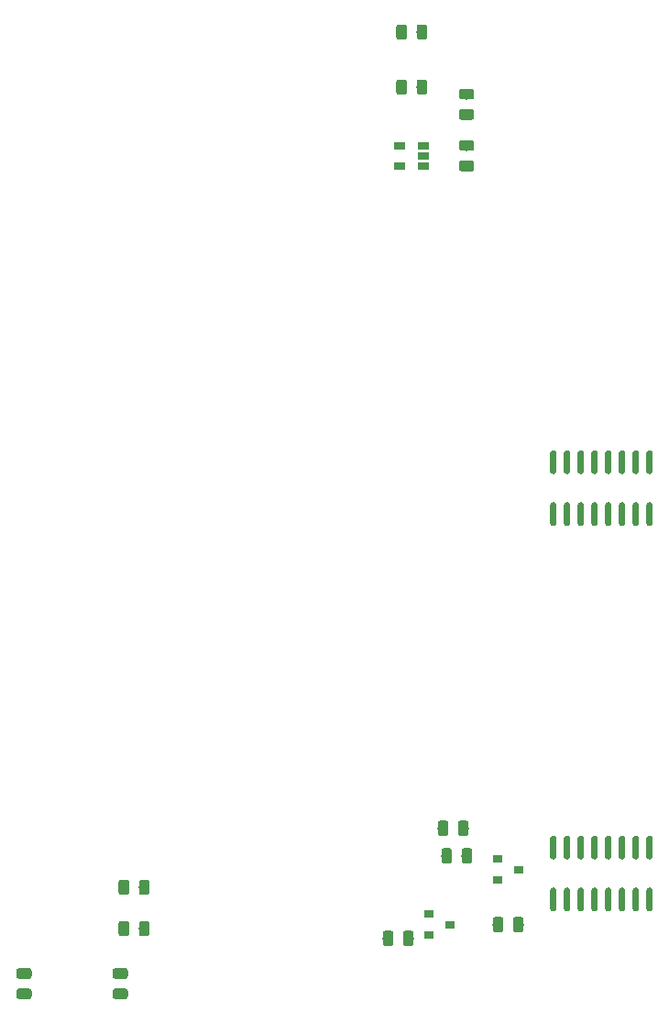
<source format=gbr>
G04 #@! TF.GenerationSoftware,KiCad,Pcbnew,5.0.2+dfsg1-1*
G04 #@! TF.CreationDate,2021-02-11T18:24:03-07:00*
G04 #@! TF.ProjectId,smart_battery,736d6172-745f-4626-9174-746572792e6b,rev?*
G04 #@! TF.SameCoordinates,Original*
G04 #@! TF.FileFunction,Paste,Bot*
G04 #@! TF.FilePolarity,Positive*
%FSLAX46Y46*%
G04 Gerber Fmt 4.6, Leading zero omitted, Abs format (unit mm)*
G04 Created by KiCad (PCBNEW 5.0.2+dfsg1-1) date Thu 11 Feb 2021 06:24:03 PM MST*
%MOMM*%
%LPD*%
G01*
G04 APERTURE LIST*
%ADD10C,0.100000*%
%ADD11C,0.975000*%
%ADD12R,0.900000X0.800000*%
%ADD13R,1.060000X0.650000*%
%ADD14C,0.599999*%
G04 APERTURE END LIST*
D10*
G04 #@! TO.C,C2*
G36*
X90357042Y-27056874D02*
X90380703Y-27060384D01*
X90403907Y-27066196D01*
X90426429Y-27074254D01*
X90448053Y-27084482D01*
X90468570Y-27096779D01*
X90487783Y-27111029D01*
X90505507Y-27127093D01*
X90521571Y-27144817D01*
X90535821Y-27164030D01*
X90548118Y-27184547D01*
X90558346Y-27206171D01*
X90566404Y-27228693D01*
X90572216Y-27251897D01*
X90575726Y-27275558D01*
X90576900Y-27299450D01*
X90576900Y-28211950D01*
X90575726Y-28235842D01*
X90572216Y-28259503D01*
X90566404Y-28282707D01*
X90558346Y-28305229D01*
X90548118Y-28326853D01*
X90535821Y-28347370D01*
X90521571Y-28366583D01*
X90505507Y-28384307D01*
X90487783Y-28400371D01*
X90468570Y-28414621D01*
X90448053Y-28426918D01*
X90426429Y-28437146D01*
X90403907Y-28445204D01*
X90380703Y-28451016D01*
X90357042Y-28454526D01*
X90333150Y-28455700D01*
X89845650Y-28455700D01*
X89821758Y-28454526D01*
X89798097Y-28451016D01*
X89774893Y-28445204D01*
X89752371Y-28437146D01*
X89730747Y-28426918D01*
X89710230Y-28414621D01*
X89691017Y-28400371D01*
X89673293Y-28384307D01*
X89657229Y-28366583D01*
X89642979Y-28347370D01*
X89630682Y-28326853D01*
X89620454Y-28305229D01*
X89612396Y-28282707D01*
X89606584Y-28259503D01*
X89603074Y-28235842D01*
X89601900Y-28211950D01*
X89601900Y-27299450D01*
X89603074Y-27275558D01*
X89606584Y-27251897D01*
X89612396Y-27228693D01*
X89620454Y-27206171D01*
X89630682Y-27184547D01*
X89642979Y-27164030D01*
X89657229Y-27144817D01*
X89673293Y-27127093D01*
X89691017Y-27111029D01*
X89710230Y-27096779D01*
X89730747Y-27084482D01*
X89752371Y-27074254D01*
X89774893Y-27066196D01*
X89798097Y-27060384D01*
X89821758Y-27056874D01*
X89845650Y-27055700D01*
X90333150Y-27055700D01*
X90357042Y-27056874D01*
X90357042Y-27056874D01*
G37*
D11*
X90089400Y-27755700D03*
D10*
G36*
X88482042Y-27056874D02*
X88505703Y-27060384D01*
X88528907Y-27066196D01*
X88551429Y-27074254D01*
X88573053Y-27084482D01*
X88593570Y-27096779D01*
X88612783Y-27111029D01*
X88630507Y-27127093D01*
X88646571Y-27144817D01*
X88660821Y-27164030D01*
X88673118Y-27184547D01*
X88683346Y-27206171D01*
X88691404Y-27228693D01*
X88697216Y-27251897D01*
X88700726Y-27275558D01*
X88701900Y-27299450D01*
X88701900Y-28211950D01*
X88700726Y-28235842D01*
X88697216Y-28259503D01*
X88691404Y-28282707D01*
X88683346Y-28305229D01*
X88673118Y-28326853D01*
X88660821Y-28347370D01*
X88646571Y-28366583D01*
X88630507Y-28384307D01*
X88612783Y-28400371D01*
X88593570Y-28414621D01*
X88573053Y-28426918D01*
X88551429Y-28437146D01*
X88528907Y-28445204D01*
X88505703Y-28451016D01*
X88482042Y-28454526D01*
X88458150Y-28455700D01*
X87970650Y-28455700D01*
X87946758Y-28454526D01*
X87923097Y-28451016D01*
X87899893Y-28445204D01*
X87877371Y-28437146D01*
X87855747Y-28426918D01*
X87835230Y-28414621D01*
X87816017Y-28400371D01*
X87798293Y-28384307D01*
X87782229Y-28366583D01*
X87767979Y-28347370D01*
X87755682Y-28326853D01*
X87745454Y-28305229D01*
X87737396Y-28282707D01*
X87731584Y-28259503D01*
X87728074Y-28235842D01*
X87726900Y-28211950D01*
X87726900Y-27299450D01*
X87728074Y-27275558D01*
X87731584Y-27251897D01*
X87737396Y-27228693D01*
X87745454Y-27206171D01*
X87755682Y-27184547D01*
X87767979Y-27164030D01*
X87782229Y-27144817D01*
X87798293Y-27127093D01*
X87816017Y-27111029D01*
X87835230Y-27096779D01*
X87855747Y-27084482D01*
X87877371Y-27074254D01*
X87899893Y-27066196D01*
X87923097Y-27060384D01*
X87946758Y-27056874D01*
X87970650Y-27055700D01*
X88458150Y-27055700D01*
X88482042Y-27056874D01*
X88482042Y-27056874D01*
G37*
D11*
X88214400Y-27755700D03*
G04 #@! TD*
D10*
G04 #@! TO.C,C3*
G36*
X90357042Y-21976874D02*
X90380703Y-21980384D01*
X90403907Y-21986196D01*
X90426429Y-21994254D01*
X90448053Y-22004482D01*
X90468570Y-22016779D01*
X90487783Y-22031029D01*
X90505507Y-22047093D01*
X90521571Y-22064817D01*
X90535821Y-22084030D01*
X90548118Y-22104547D01*
X90558346Y-22126171D01*
X90566404Y-22148693D01*
X90572216Y-22171897D01*
X90575726Y-22195558D01*
X90576900Y-22219450D01*
X90576900Y-23131950D01*
X90575726Y-23155842D01*
X90572216Y-23179503D01*
X90566404Y-23202707D01*
X90558346Y-23225229D01*
X90548118Y-23246853D01*
X90535821Y-23267370D01*
X90521571Y-23286583D01*
X90505507Y-23304307D01*
X90487783Y-23320371D01*
X90468570Y-23334621D01*
X90448053Y-23346918D01*
X90426429Y-23357146D01*
X90403907Y-23365204D01*
X90380703Y-23371016D01*
X90357042Y-23374526D01*
X90333150Y-23375700D01*
X89845650Y-23375700D01*
X89821758Y-23374526D01*
X89798097Y-23371016D01*
X89774893Y-23365204D01*
X89752371Y-23357146D01*
X89730747Y-23346918D01*
X89710230Y-23334621D01*
X89691017Y-23320371D01*
X89673293Y-23304307D01*
X89657229Y-23286583D01*
X89642979Y-23267370D01*
X89630682Y-23246853D01*
X89620454Y-23225229D01*
X89612396Y-23202707D01*
X89606584Y-23179503D01*
X89603074Y-23155842D01*
X89601900Y-23131950D01*
X89601900Y-22219450D01*
X89603074Y-22195558D01*
X89606584Y-22171897D01*
X89612396Y-22148693D01*
X89620454Y-22126171D01*
X89630682Y-22104547D01*
X89642979Y-22084030D01*
X89657229Y-22064817D01*
X89673293Y-22047093D01*
X89691017Y-22031029D01*
X89710230Y-22016779D01*
X89730747Y-22004482D01*
X89752371Y-21994254D01*
X89774893Y-21986196D01*
X89798097Y-21980384D01*
X89821758Y-21976874D01*
X89845650Y-21975700D01*
X90333150Y-21975700D01*
X90357042Y-21976874D01*
X90357042Y-21976874D01*
G37*
D11*
X90089400Y-22675700D03*
D10*
G36*
X88482042Y-21976874D02*
X88505703Y-21980384D01*
X88528907Y-21986196D01*
X88551429Y-21994254D01*
X88573053Y-22004482D01*
X88593570Y-22016779D01*
X88612783Y-22031029D01*
X88630507Y-22047093D01*
X88646571Y-22064817D01*
X88660821Y-22084030D01*
X88673118Y-22104547D01*
X88683346Y-22126171D01*
X88691404Y-22148693D01*
X88697216Y-22171897D01*
X88700726Y-22195558D01*
X88701900Y-22219450D01*
X88701900Y-23131950D01*
X88700726Y-23155842D01*
X88697216Y-23179503D01*
X88691404Y-23202707D01*
X88683346Y-23225229D01*
X88673118Y-23246853D01*
X88660821Y-23267370D01*
X88646571Y-23286583D01*
X88630507Y-23304307D01*
X88612783Y-23320371D01*
X88593570Y-23334621D01*
X88573053Y-23346918D01*
X88551429Y-23357146D01*
X88528907Y-23365204D01*
X88505703Y-23371016D01*
X88482042Y-23374526D01*
X88458150Y-23375700D01*
X87970650Y-23375700D01*
X87946758Y-23374526D01*
X87923097Y-23371016D01*
X87899893Y-23365204D01*
X87877371Y-23357146D01*
X87855747Y-23346918D01*
X87835230Y-23334621D01*
X87816017Y-23320371D01*
X87798293Y-23304307D01*
X87782229Y-23286583D01*
X87767979Y-23267370D01*
X87755682Y-23246853D01*
X87745454Y-23225229D01*
X87737396Y-23202707D01*
X87731584Y-23179503D01*
X87728074Y-23155842D01*
X87726900Y-23131950D01*
X87726900Y-22219450D01*
X87728074Y-22195558D01*
X87731584Y-22171897D01*
X87737396Y-22148693D01*
X87745454Y-22126171D01*
X87755682Y-22104547D01*
X87767979Y-22084030D01*
X87782229Y-22064817D01*
X87798293Y-22047093D01*
X87816017Y-22031029D01*
X87835230Y-22016779D01*
X87855747Y-22004482D01*
X87877371Y-21994254D01*
X87899893Y-21986196D01*
X87923097Y-21980384D01*
X87946758Y-21976874D01*
X87970650Y-21975700D01*
X88458150Y-21975700D01*
X88482042Y-21976874D01*
X88482042Y-21976874D01*
G37*
D11*
X88214400Y-22675700D03*
G04 #@! TD*
D10*
G04 #@! TO.C,C1*
G36*
X94712042Y-27934374D02*
X94735703Y-27937884D01*
X94758907Y-27943696D01*
X94781429Y-27951754D01*
X94803053Y-27961982D01*
X94823570Y-27974279D01*
X94842783Y-27988529D01*
X94860507Y-28004593D01*
X94876571Y-28022317D01*
X94890821Y-28041530D01*
X94903118Y-28062047D01*
X94913346Y-28083671D01*
X94921404Y-28106193D01*
X94927216Y-28129397D01*
X94930726Y-28153058D01*
X94931900Y-28176950D01*
X94931900Y-28664450D01*
X94930726Y-28688342D01*
X94927216Y-28712003D01*
X94921404Y-28735207D01*
X94913346Y-28757729D01*
X94903118Y-28779353D01*
X94890821Y-28799870D01*
X94876571Y-28819083D01*
X94860507Y-28836807D01*
X94842783Y-28852871D01*
X94823570Y-28867121D01*
X94803053Y-28879418D01*
X94781429Y-28889646D01*
X94758907Y-28897704D01*
X94735703Y-28903516D01*
X94712042Y-28907026D01*
X94688150Y-28908200D01*
X93775650Y-28908200D01*
X93751758Y-28907026D01*
X93728097Y-28903516D01*
X93704893Y-28897704D01*
X93682371Y-28889646D01*
X93660747Y-28879418D01*
X93640230Y-28867121D01*
X93621017Y-28852871D01*
X93603293Y-28836807D01*
X93587229Y-28819083D01*
X93572979Y-28799870D01*
X93560682Y-28779353D01*
X93550454Y-28757729D01*
X93542396Y-28735207D01*
X93536584Y-28712003D01*
X93533074Y-28688342D01*
X93531900Y-28664450D01*
X93531900Y-28176950D01*
X93533074Y-28153058D01*
X93536584Y-28129397D01*
X93542396Y-28106193D01*
X93550454Y-28083671D01*
X93560682Y-28062047D01*
X93572979Y-28041530D01*
X93587229Y-28022317D01*
X93603293Y-28004593D01*
X93621017Y-27988529D01*
X93640230Y-27974279D01*
X93660747Y-27961982D01*
X93682371Y-27951754D01*
X93704893Y-27943696D01*
X93728097Y-27937884D01*
X93751758Y-27934374D01*
X93775650Y-27933200D01*
X94688150Y-27933200D01*
X94712042Y-27934374D01*
X94712042Y-27934374D01*
G37*
D11*
X94231900Y-28420700D03*
D10*
G36*
X94712042Y-29809374D02*
X94735703Y-29812884D01*
X94758907Y-29818696D01*
X94781429Y-29826754D01*
X94803053Y-29836982D01*
X94823570Y-29849279D01*
X94842783Y-29863529D01*
X94860507Y-29879593D01*
X94876571Y-29897317D01*
X94890821Y-29916530D01*
X94903118Y-29937047D01*
X94913346Y-29958671D01*
X94921404Y-29981193D01*
X94927216Y-30004397D01*
X94930726Y-30028058D01*
X94931900Y-30051950D01*
X94931900Y-30539450D01*
X94930726Y-30563342D01*
X94927216Y-30587003D01*
X94921404Y-30610207D01*
X94913346Y-30632729D01*
X94903118Y-30654353D01*
X94890821Y-30674870D01*
X94876571Y-30694083D01*
X94860507Y-30711807D01*
X94842783Y-30727871D01*
X94823570Y-30742121D01*
X94803053Y-30754418D01*
X94781429Y-30764646D01*
X94758907Y-30772704D01*
X94735703Y-30778516D01*
X94712042Y-30782026D01*
X94688150Y-30783200D01*
X93775650Y-30783200D01*
X93751758Y-30782026D01*
X93728097Y-30778516D01*
X93704893Y-30772704D01*
X93682371Y-30764646D01*
X93660747Y-30754418D01*
X93640230Y-30742121D01*
X93621017Y-30727871D01*
X93603293Y-30711807D01*
X93587229Y-30694083D01*
X93572979Y-30674870D01*
X93560682Y-30654353D01*
X93550454Y-30632729D01*
X93542396Y-30610207D01*
X93536584Y-30587003D01*
X93533074Y-30563342D01*
X93531900Y-30539450D01*
X93531900Y-30051950D01*
X93533074Y-30028058D01*
X93536584Y-30004397D01*
X93542396Y-29981193D01*
X93550454Y-29958671D01*
X93560682Y-29937047D01*
X93572979Y-29916530D01*
X93587229Y-29897317D01*
X93603293Y-29879593D01*
X93621017Y-29863529D01*
X93640230Y-29849279D01*
X93660747Y-29836982D01*
X93682371Y-29826754D01*
X93704893Y-29818696D01*
X93728097Y-29812884D01*
X93751758Y-29809374D01*
X93775650Y-29808200D01*
X94688150Y-29808200D01*
X94712042Y-29809374D01*
X94712042Y-29809374D01*
G37*
D11*
X94231900Y-30295700D03*
G04 #@! TD*
D12*
G04 #@! TO.C,Q1*
X99062300Y-99957500D03*
X97062300Y-99007500D03*
X97062300Y-100907500D03*
G04 #@! TD*
G04 #@! TO.C,Q2*
X92712300Y-105037000D03*
X90712300Y-104087000D03*
X90712300Y-105987000D03*
G04 #@! TD*
D13*
G04 #@! TO.C,U1*
X88051900Y-33155700D03*
X88051900Y-35055700D03*
X90251900Y-35055700D03*
X90251900Y-34105700D03*
X90251900Y-33155700D03*
G04 #@! TD*
D10*
G04 #@! TO.C,R2*
G36*
X64705142Y-104711174D02*
X64728803Y-104714684D01*
X64752007Y-104720496D01*
X64774529Y-104728554D01*
X64796153Y-104738782D01*
X64816670Y-104751079D01*
X64835883Y-104765329D01*
X64853607Y-104781393D01*
X64869671Y-104799117D01*
X64883921Y-104818330D01*
X64896218Y-104838847D01*
X64906446Y-104860471D01*
X64914504Y-104882993D01*
X64920316Y-104906197D01*
X64923826Y-104929858D01*
X64925000Y-104953750D01*
X64925000Y-105866250D01*
X64923826Y-105890142D01*
X64920316Y-105913803D01*
X64914504Y-105937007D01*
X64906446Y-105959529D01*
X64896218Y-105981153D01*
X64883921Y-106001670D01*
X64869671Y-106020883D01*
X64853607Y-106038607D01*
X64835883Y-106054671D01*
X64816670Y-106068921D01*
X64796153Y-106081218D01*
X64774529Y-106091446D01*
X64752007Y-106099504D01*
X64728803Y-106105316D01*
X64705142Y-106108826D01*
X64681250Y-106110000D01*
X64193750Y-106110000D01*
X64169858Y-106108826D01*
X64146197Y-106105316D01*
X64122993Y-106099504D01*
X64100471Y-106091446D01*
X64078847Y-106081218D01*
X64058330Y-106068921D01*
X64039117Y-106054671D01*
X64021393Y-106038607D01*
X64005329Y-106020883D01*
X63991079Y-106001670D01*
X63978782Y-105981153D01*
X63968554Y-105959529D01*
X63960496Y-105937007D01*
X63954684Y-105913803D01*
X63951174Y-105890142D01*
X63950000Y-105866250D01*
X63950000Y-104953750D01*
X63951174Y-104929858D01*
X63954684Y-104906197D01*
X63960496Y-104882993D01*
X63968554Y-104860471D01*
X63978782Y-104838847D01*
X63991079Y-104818330D01*
X64005329Y-104799117D01*
X64021393Y-104781393D01*
X64039117Y-104765329D01*
X64058330Y-104751079D01*
X64078847Y-104738782D01*
X64100471Y-104728554D01*
X64122993Y-104720496D01*
X64146197Y-104714684D01*
X64169858Y-104711174D01*
X64193750Y-104710000D01*
X64681250Y-104710000D01*
X64705142Y-104711174D01*
X64705142Y-104711174D01*
G37*
D11*
X64437500Y-105410000D03*
D10*
G36*
X62830142Y-104711174D02*
X62853803Y-104714684D01*
X62877007Y-104720496D01*
X62899529Y-104728554D01*
X62921153Y-104738782D01*
X62941670Y-104751079D01*
X62960883Y-104765329D01*
X62978607Y-104781393D01*
X62994671Y-104799117D01*
X63008921Y-104818330D01*
X63021218Y-104838847D01*
X63031446Y-104860471D01*
X63039504Y-104882993D01*
X63045316Y-104906197D01*
X63048826Y-104929858D01*
X63050000Y-104953750D01*
X63050000Y-105866250D01*
X63048826Y-105890142D01*
X63045316Y-105913803D01*
X63039504Y-105937007D01*
X63031446Y-105959529D01*
X63021218Y-105981153D01*
X63008921Y-106001670D01*
X62994671Y-106020883D01*
X62978607Y-106038607D01*
X62960883Y-106054671D01*
X62941670Y-106068921D01*
X62921153Y-106081218D01*
X62899529Y-106091446D01*
X62877007Y-106099504D01*
X62853803Y-106105316D01*
X62830142Y-106108826D01*
X62806250Y-106110000D01*
X62318750Y-106110000D01*
X62294858Y-106108826D01*
X62271197Y-106105316D01*
X62247993Y-106099504D01*
X62225471Y-106091446D01*
X62203847Y-106081218D01*
X62183330Y-106068921D01*
X62164117Y-106054671D01*
X62146393Y-106038607D01*
X62130329Y-106020883D01*
X62116079Y-106001670D01*
X62103782Y-105981153D01*
X62093554Y-105959529D01*
X62085496Y-105937007D01*
X62079684Y-105913803D01*
X62076174Y-105890142D01*
X62075000Y-105866250D01*
X62075000Y-104953750D01*
X62076174Y-104929858D01*
X62079684Y-104906197D01*
X62085496Y-104882993D01*
X62093554Y-104860471D01*
X62103782Y-104838847D01*
X62116079Y-104818330D01*
X62130329Y-104799117D01*
X62146393Y-104781393D01*
X62164117Y-104765329D01*
X62183330Y-104751079D01*
X62203847Y-104738782D01*
X62225471Y-104728554D01*
X62247993Y-104720496D01*
X62271197Y-104714684D01*
X62294858Y-104711174D01*
X62318750Y-104710000D01*
X62806250Y-104710000D01*
X62830142Y-104711174D01*
X62830142Y-104711174D01*
G37*
D11*
X62562500Y-105410000D03*
G04 #@! TD*
D10*
G04 #@! TO.C,R9*
G36*
X94187442Y-95448674D02*
X94211103Y-95452184D01*
X94234307Y-95457996D01*
X94256829Y-95466054D01*
X94278453Y-95476282D01*
X94298970Y-95488579D01*
X94318183Y-95502829D01*
X94335907Y-95518893D01*
X94351971Y-95536617D01*
X94366221Y-95555830D01*
X94378518Y-95576347D01*
X94388746Y-95597971D01*
X94396804Y-95620493D01*
X94402616Y-95643697D01*
X94406126Y-95667358D01*
X94407300Y-95691250D01*
X94407300Y-96603750D01*
X94406126Y-96627642D01*
X94402616Y-96651303D01*
X94396804Y-96674507D01*
X94388746Y-96697029D01*
X94378518Y-96718653D01*
X94366221Y-96739170D01*
X94351971Y-96758383D01*
X94335907Y-96776107D01*
X94318183Y-96792171D01*
X94298970Y-96806421D01*
X94278453Y-96818718D01*
X94256829Y-96828946D01*
X94234307Y-96837004D01*
X94211103Y-96842816D01*
X94187442Y-96846326D01*
X94163550Y-96847500D01*
X93676050Y-96847500D01*
X93652158Y-96846326D01*
X93628497Y-96842816D01*
X93605293Y-96837004D01*
X93582771Y-96828946D01*
X93561147Y-96818718D01*
X93540630Y-96806421D01*
X93521417Y-96792171D01*
X93503693Y-96776107D01*
X93487629Y-96758383D01*
X93473379Y-96739170D01*
X93461082Y-96718653D01*
X93450854Y-96697029D01*
X93442796Y-96674507D01*
X93436984Y-96651303D01*
X93433474Y-96627642D01*
X93432300Y-96603750D01*
X93432300Y-95691250D01*
X93433474Y-95667358D01*
X93436984Y-95643697D01*
X93442796Y-95620493D01*
X93450854Y-95597971D01*
X93461082Y-95576347D01*
X93473379Y-95555830D01*
X93487629Y-95536617D01*
X93503693Y-95518893D01*
X93521417Y-95502829D01*
X93540630Y-95488579D01*
X93561147Y-95476282D01*
X93582771Y-95466054D01*
X93605293Y-95457996D01*
X93628497Y-95452184D01*
X93652158Y-95448674D01*
X93676050Y-95447500D01*
X94163550Y-95447500D01*
X94187442Y-95448674D01*
X94187442Y-95448674D01*
G37*
D11*
X93919800Y-96147500D03*
D10*
G36*
X92312442Y-95448674D02*
X92336103Y-95452184D01*
X92359307Y-95457996D01*
X92381829Y-95466054D01*
X92403453Y-95476282D01*
X92423970Y-95488579D01*
X92443183Y-95502829D01*
X92460907Y-95518893D01*
X92476971Y-95536617D01*
X92491221Y-95555830D01*
X92503518Y-95576347D01*
X92513746Y-95597971D01*
X92521804Y-95620493D01*
X92527616Y-95643697D01*
X92531126Y-95667358D01*
X92532300Y-95691250D01*
X92532300Y-96603750D01*
X92531126Y-96627642D01*
X92527616Y-96651303D01*
X92521804Y-96674507D01*
X92513746Y-96697029D01*
X92503518Y-96718653D01*
X92491221Y-96739170D01*
X92476971Y-96758383D01*
X92460907Y-96776107D01*
X92443183Y-96792171D01*
X92423970Y-96806421D01*
X92403453Y-96818718D01*
X92381829Y-96828946D01*
X92359307Y-96837004D01*
X92336103Y-96842816D01*
X92312442Y-96846326D01*
X92288550Y-96847500D01*
X91801050Y-96847500D01*
X91777158Y-96846326D01*
X91753497Y-96842816D01*
X91730293Y-96837004D01*
X91707771Y-96828946D01*
X91686147Y-96818718D01*
X91665630Y-96806421D01*
X91646417Y-96792171D01*
X91628693Y-96776107D01*
X91612629Y-96758383D01*
X91598379Y-96739170D01*
X91586082Y-96718653D01*
X91575854Y-96697029D01*
X91567796Y-96674507D01*
X91561984Y-96651303D01*
X91558474Y-96627642D01*
X91557300Y-96603750D01*
X91557300Y-95691250D01*
X91558474Y-95667358D01*
X91561984Y-95643697D01*
X91567796Y-95620493D01*
X91575854Y-95597971D01*
X91586082Y-95576347D01*
X91598379Y-95555830D01*
X91612629Y-95536617D01*
X91628693Y-95518893D01*
X91646417Y-95502829D01*
X91665630Y-95488579D01*
X91686147Y-95476282D01*
X91707771Y-95466054D01*
X91730293Y-95457996D01*
X91753497Y-95452184D01*
X91777158Y-95448674D01*
X91801050Y-95447500D01*
X92288550Y-95447500D01*
X92312442Y-95448674D01*
X92312442Y-95448674D01*
G37*
D11*
X92044800Y-96147500D03*
G04 #@! TD*
D10*
G04 #@! TO.C,R8*
G36*
X94519942Y-97988674D02*
X94543603Y-97992184D01*
X94566807Y-97997996D01*
X94589329Y-98006054D01*
X94610953Y-98016282D01*
X94631470Y-98028579D01*
X94650683Y-98042829D01*
X94668407Y-98058893D01*
X94684471Y-98076617D01*
X94698721Y-98095830D01*
X94711018Y-98116347D01*
X94721246Y-98137971D01*
X94729304Y-98160493D01*
X94735116Y-98183697D01*
X94738626Y-98207358D01*
X94739800Y-98231250D01*
X94739800Y-99143750D01*
X94738626Y-99167642D01*
X94735116Y-99191303D01*
X94729304Y-99214507D01*
X94721246Y-99237029D01*
X94711018Y-99258653D01*
X94698721Y-99279170D01*
X94684471Y-99298383D01*
X94668407Y-99316107D01*
X94650683Y-99332171D01*
X94631470Y-99346421D01*
X94610953Y-99358718D01*
X94589329Y-99368946D01*
X94566807Y-99377004D01*
X94543603Y-99382816D01*
X94519942Y-99386326D01*
X94496050Y-99387500D01*
X94008550Y-99387500D01*
X93984658Y-99386326D01*
X93960997Y-99382816D01*
X93937793Y-99377004D01*
X93915271Y-99368946D01*
X93893647Y-99358718D01*
X93873130Y-99346421D01*
X93853917Y-99332171D01*
X93836193Y-99316107D01*
X93820129Y-99298383D01*
X93805879Y-99279170D01*
X93793582Y-99258653D01*
X93783354Y-99237029D01*
X93775296Y-99214507D01*
X93769484Y-99191303D01*
X93765974Y-99167642D01*
X93764800Y-99143750D01*
X93764800Y-98231250D01*
X93765974Y-98207358D01*
X93769484Y-98183697D01*
X93775296Y-98160493D01*
X93783354Y-98137971D01*
X93793582Y-98116347D01*
X93805879Y-98095830D01*
X93820129Y-98076617D01*
X93836193Y-98058893D01*
X93853917Y-98042829D01*
X93873130Y-98028579D01*
X93893647Y-98016282D01*
X93915271Y-98006054D01*
X93937793Y-97997996D01*
X93960997Y-97992184D01*
X93984658Y-97988674D01*
X94008550Y-97987500D01*
X94496050Y-97987500D01*
X94519942Y-97988674D01*
X94519942Y-97988674D01*
G37*
D11*
X94252300Y-98687500D03*
D10*
G36*
X92644942Y-97988674D02*
X92668603Y-97992184D01*
X92691807Y-97997996D01*
X92714329Y-98006054D01*
X92735953Y-98016282D01*
X92756470Y-98028579D01*
X92775683Y-98042829D01*
X92793407Y-98058893D01*
X92809471Y-98076617D01*
X92823721Y-98095830D01*
X92836018Y-98116347D01*
X92846246Y-98137971D01*
X92854304Y-98160493D01*
X92860116Y-98183697D01*
X92863626Y-98207358D01*
X92864800Y-98231250D01*
X92864800Y-99143750D01*
X92863626Y-99167642D01*
X92860116Y-99191303D01*
X92854304Y-99214507D01*
X92846246Y-99237029D01*
X92836018Y-99258653D01*
X92823721Y-99279170D01*
X92809471Y-99298383D01*
X92793407Y-99316107D01*
X92775683Y-99332171D01*
X92756470Y-99346421D01*
X92735953Y-99358718D01*
X92714329Y-99368946D01*
X92691807Y-99377004D01*
X92668603Y-99382816D01*
X92644942Y-99386326D01*
X92621050Y-99387500D01*
X92133550Y-99387500D01*
X92109658Y-99386326D01*
X92085997Y-99382816D01*
X92062793Y-99377004D01*
X92040271Y-99368946D01*
X92018647Y-99358718D01*
X91998130Y-99346421D01*
X91978917Y-99332171D01*
X91961193Y-99316107D01*
X91945129Y-99298383D01*
X91930879Y-99279170D01*
X91918582Y-99258653D01*
X91908354Y-99237029D01*
X91900296Y-99214507D01*
X91894484Y-99191303D01*
X91890974Y-99167642D01*
X91889800Y-99143750D01*
X91889800Y-98231250D01*
X91890974Y-98207358D01*
X91894484Y-98183697D01*
X91900296Y-98160493D01*
X91908354Y-98137971D01*
X91918582Y-98116347D01*
X91930879Y-98095830D01*
X91945129Y-98076617D01*
X91961193Y-98058893D01*
X91978917Y-98042829D01*
X91998130Y-98028579D01*
X92018647Y-98016282D01*
X92040271Y-98006054D01*
X92062793Y-97997996D01*
X92085997Y-97992184D01*
X92109658Y-97988674D01*
X92133550Y-97987500D01*
X92621050Y-97987500D01*
X92644942Y-97988674D01*
X92644942Y-97988674D01*
G37*
D11*
X92377300Y-98687500D03*
G04 #@! TD*
D10*
G04 #@! TO.C,R6*
G36*
X97392442Y-104338174D02*
X97416103Y-104341684D01*
X97439307Y-104347496D01*
X97461829Y-104355554D01*
X97483453Y-104365782D01*
X97503970Y-104378079D01*
X97523183Y-104392329D01*
X97540907Y-104408393D01*
X97556971Y-104426117D01*
X97571221Y-104445330D01*
X97583518Y-104465847D01*
X97593746Y-104487471D01*
X97601804Y-104509993D01*
X97607616Y-104533197D01*
X97611126Y-104556858D01*
X97612300Y-104580750D01*
X97612300Y-105493250D01*
X97611126Y-105517142D01*
X97607616Y-105540803D01*
X97601804Y-105564007D01*
X97593746Y-105586529D01*
X97583518Y-105608153D01*
X97571221Y-105628670D01*
X97556971Y-105647883D01*
X97540907Y-105665607D01*
X97523183Y-105681671D01*
X97503970Y-105695921D01*
X97483453Y-105708218D01*
X97461829Y-105718446D01*
X97439307Y-105726504D01*
X97416103Y-105732316D01*
X97392442Y-105735826D01*
X97368550Y-105737000D01*
X96881050Y-105737000D01*
X96857158Y-105735826D01*
X96833497Y-105732316D01*
X96810293Y-105726504D01*
X96787771Y-105718446D01*
X96766147Y-105708218D01*
X96745630Y-105695921D01*
X96726417Y-105681671D01*
X96708693Y-105665607D01*
X96692629Y-105647883D01*
X96678379Y-105628670D01*
X96666082Y-105608153D01*
X96655854Y-105586529D01*
X96647796Y-105564007D01*
X96641984Y-105540803D01*
X96638474Y-105517142D01*
X96637300Y-105493250D01*
X96637300Y-104580750D01*
X96638474Y-104556858D01*
X96641984Y-104533197D01*
X96647796Y-104509993D01*
X96655854Y-104487471D01*
X96666082Y-104465847D01*
X96678379Y-104445330D01*
X96692629Y-104426117D01*
X96708693Y-104408393D01*
X96726417Y-104392329D01*
X96745630Y-104378079D01*
X96766147Y-104365782D01*
X96787771Y-104355554D01*
X96810293Y-104347496D01*
X96833497Y-104341684D01*
X96857158Y-104338174D01*
X96881050Y-104337000D01*
X97368550Y-104337000D01*
X97392442Y-104338174D01*
X97392442Y-104338174D01*
G37*
D11*
X97124800Y-105037000D03*
D10*
G36*
X99267442Y-104338174D02*
X99291103Y-104341684D01*
X99314307Y-104347496D01*
X99336829Y-104355554D01*
X99358453Y-104365782D01*
X99378970Y-104378079D01*
X99398183Y-104392329D01*
X99415907Y-104408393D01*
X99431971Y-104426117D01*
X99446221Y-104445330D01*
X99458518Y-104465847D01*
X99468746Y-104487471D01*
X99476804Y-104509993D01*
X99482616Y-104533197D01*
X99486126Y-104556858D01*
X99487300Y-104580750D01*
X99487300Y-105493250D01*
X99486126Y-105517142D01*
X99482616Y-105540803D01*
X99476804Y-105564007D01*
X99468746Y-105586529D01*
X99458518Y-105608153D01*
X99446221Y-105628670D01*
X99431971Y-105647883D01*
X99415907Y-105665607D01*
X99398183Y-105681671D01*
X99378970Y-105695921D01*
X99358453Y-105708218D01*
X99336829Y-105718446D01*
X99314307Y-105726504D01*
X99291103Y-105732316D01*
X99267442Y-105735826D01*
X99243550Y-105737000D01*
X98756050Y-105737000D01*
X98732158Y-105735826D01*
X98708497Y-105732316D01*
X98685293Y-105726504D01*
X98662771Y-105718446D01*
X98641147Y-105708218D01*
X98620630Y-105695921D01*
X98601417Y-105681671D01*
X98583693Y-105665607D01*
X98567629Y-105647883D01*
X98553379Y-105628670D01*
X98541082Y-105608153D01*
X98530854Y-105586529D01*
X98522796Y-105564007D01*
X98516984Y-105540803D01*
X98513474Y-105517142D01*
X98512300Y-105493250D01*
X98512300Y-104580750D01*
X98513474Y-104556858D01*
X98516984Y-104533197D01*
X98522796Y-104509993D01*
X98530854Y-104487471D01*
X98541082Y-104465847D01*
X98553379Y-104445330D01*
X98567629Y-104426117D01*
X98583693Y-104408393D01*
X98601417Y-104392329D01*
X98620630Y-104378079D01*
X98641147Y-104365782D01*
X98662771Y-104355554D01*
X98685293Y-104347496D01*
X98708497Y-104341684D01*
X98732158Y-104338174D01*
X98756050Y-104337000D01*
X99243550Y-104337000D01*
X99267442Y-104338174D01*
X99267442Y-104338174D01*
G37*
D11*
X98999800Y-105037000D03*
G04 #@! TD*
D10*
G04 #@! TO.C,R5*
G36*
X94712042Y-32681874D02*
X94735703Y-32685384D01*
X94758907Y-32691196D01*
X94781429Y-32699254D01*
X94803053Y-32709482D01*
X94823570Y-32721779D01*
X94842783Y-32736029D01*
X94860507Y-32752093D01*
X94876571Y-32769817D01*
X94890821Y-32789030D01*
X94903118Y-32809547D01*
X94913346Y-32831171D01*
X94921404Y-32853693D01*
X94927216Y-32876897D01*
X94930726Y-32900558D01*
X94931900Y-32924450D01*
X94931900Y-33411950D01*
X94930726Y-33435842D01*
X94927216Y-33459503D01*
X94921404Y-33482707D01*
X94913346Y-33505229D01*
X94903118Y-33526853D01*
X94890821Y-33547370D01*
X94876571Y-33566583D01*
X94860507Y-33584307D01*
X94842783Y-33600371D01*
X94823570Y-33614621D01*
X94803053Y-33626918D01*
X94781429Y-33637146D01*
X94758907Y-33645204D01*
X94735703Y-33651016D01*
X94712042Y-33654526D01*
X94688150Y-33655700D01*
X93775650Y-33655700D01*
X93751758Y-33654526D01*
X93728097Y-33651016D01*
X93704893Y-33645204D01*
X93682371Y-33637146D01*
X93660747Y-33626918D01*
X93640230Y-33614621D01*
X93621017Y-33600371D01*
X93603293Y-33584307D01*
X93587229Y-33566583D01*
X93572979Y-33547370D01*
X93560682Y-33526853D01*
X93550454Y-33505229D01*
X93542396Y-33482707D01*
X93536584Y-33459503D01*
X93533074Y-33435842D01*
X93531900Y-33411950D01*
X93531900Y-32924450D01*
X93533074Y-32900558D01*
X93536584Y-32876897D01*
X93542396Y-32853693D01*
X93550454Y-32831171D01*
X93560682Y-32809547D01*
X93572979Y-32789030D01*
X93587229Y-32769817D01*
X93603293Y-32752093D01*
X93621017Y-32736029D01*
X93640230Y-32721779D01*
X93660747Y-32709482D01*
X93682371Y-32699254D01*
X93704893Y-32691196D01*
X93728097Y-32685384D01*
X93751758Y-32681874D01*
X93775650Y-32680700D01*
X94688150Y-32680700D01*
X94712042Y-32681874D01*
X94712042Y-32681874D01*
G37*
D11*
X94231900Y-33168200D03*
D10*
G36*
X94712042Y-34556874D02*
X94735703Y-34560384D01*
X94758907Y-34566196D01*
X94781429Y-34574254D01*
X94803053Y-34584482D01*
X94823570Y-34596779D01*
X94842783Y-34611029D01*
X94860507Y-34627093D01*
X94876571Y-34644817D01*
X94890821Y-34664030D01*
X94903118Y-34684547D01*
X94913346Y-34706171D01*
X94921404Y-34728693D01*
X94927216Y-34751897D01*
X94930726Y-34775558D01*
X94931900Y-34799450D01*
X94931900Y-35286950D01*
X94930726Y-35310842D01*
X94927216Y-35334503D01*
X94921404Y-35357707D01*
X94913346Y-35380229D01*
X94903118Y-35401853D01*
X94890821Y-35422370D01*
X94876571Y-35441583D01*
X94860507Y-35459307D01*
X94842783Y-35475371D01*
X94823570Y-35489621D01*
X94803053Y-35501918D01*
X94781429Y-35512146D01*
X94758907Y-35520204D01*
X94735703Y-35526016D01*
X94712042Y-35529526D01*
X94688150Y-35530700D01*
X93775650Y-35530700D01*
X93751758Y-35529526D01*
X93728097Y-35526016D01*
X93704893Y-35520204D01*
X93682371Y-35512146D01*
X93660747Y-35501918D01*
X93640230Y-35489621D01*
X93621017Y-35475371D01*
X93603293Y-35459307D01*
X93587229Y-35441583D01*
X93572979Y-35422370D01*
X93560682Y-35401853D01*
X93550454Y-35380229D01*
X93542396Y-35357707D01*
X93536584Y-35334503D01*
X93533074Y-35310842D01*
X93531900Y-35286950D01*
X93531900Y-34799450D01*
X93533074Y-34775558D01*
X93536584Y-34751897D01*
X93542396Y-34728693D01*
X93550454Y-34706171D01*
X93560682Y-34684547D01*
X93572979Y-34664030D01*
X93587229Y-34644817D01*
X93603293Y-34627093D01*
X93621017Y-34611029D01*
X93640230Y-34596779D01*
X93660747Y-34584482D01*
X93682371Y-34574254D01*
X93704893Y-34566196D01*
X93728097Y-34560384D01*
X93751758Y-34556874D01*
X93775650Y-34555700D01*
X94688150Y-34555700D01*
X94712042Y-34556874D01*
X94712042Y-34556874D01*
G37*
D11*
X94231900Y-35043200D03*
G04 #@! TD*
D10*
G04 #@! TO.C,R7*
G36*
X89107442Y-105608174D02*
X89131103Y-105611684D01*
X89154307Y-105617496D01*
X89176829Y-105625554D01*
X89198453Y-105635782D01*
X89218970Y-105648079D01*
X89238183Y-105662329D01*
X89255907Y-105678393D01*
X89271971Y-105696117D01*
X89286221Y-105715330D01*
X89298518Y-105735847D01*
X89308746Y-105757471D01*
X89316804Y-105779993D01*
X89322616Y-105803197D01*
X89326126Y-105826858D01*
X89327300Y-105850750D01*
X89327300Y-106763250D01*
X89326126Y-106787142D01*
X89322616Y-106810803D01*
X89316804Y-106834007D01*
X89308746Y-106856529D01*
X89298518Y-106878153D01*
X89286221Y-106898670D01*
X89271971Y-106917883D01*
X89255907Y-106935607D01*
X89238183Y-106951671D01*
X89218970Y-106965921D01*
X89198453Y-106978218D01*
X89176829Y-106988446D01*
X89154307Y-106996504D01*
X89131103Y-107002316D01*
X89107442Y-107005826D01*
X89083550Y-107007000D01*
X88596050Y-107007000D01*
X88572158Y-107005826D01*
X88548497Y-107002316D01*
X88525293Y-106996504D01*
X88502771Y-106988446D01*
X88481147Y-106978218D01*
X88460630Y-106965921D01*
X88441417Y-106951671D01*
X88423693Y-106935607D01*
X88407629Y-106917883D01*
X88393379Y-106898670D01*
X88381082Y-106878153D01*
X88370854Y-106856529D01*
X88362796Y-106834007D01*
X88356984Y-106810803D01*
X88353474Y-106787142D01*
X88352300Y-106763250D01*
X88352300Y-105850750D01*
X88353474Y-105826858D01*
X88356984Y-105803197D01*
X88362796Y-105779993D01*
X88370854Y-105757471D01*
X88381082Y-105735847D01*
X88393379Y-105715330D01*
X88407629Y-105696117D01*
X88423693Y-105678393D01*
X88441417Y-105662329D01*
X88460630Y-105648079D01*
X88481147Y-105635782D01*
X88502771Y-105625554D01*
X88525293Y-105617496D01*
X88548497Y-105611684D01*
X88572158Y-105608174D01*
X88596050Y-105607000D01*
X89083550Y-105607000D01*
X89107442Y-105608174D01*
X89107442Y-105608174D01*
G37*
D11*
X88839800Y-106307000D03*
D10*
G36*
X87232442Y-105608174D02*
X87256103Y-105611684D01*
X87279307Y-105617496D01*
X87301829Y-105625554D01*
X87323453Y-105635782D01*
X87343970Y-105648079D01*
X87363183Y-105662329D01*
X87380907Y-105678393D01*
X87396971Y-105696117D01*
X87411221Y-105715330D01*
X87423518Y-105735847D01*
X87433746Y-105757471D01*
X87441804Y-105779993D01*
X87447616Y-105803197D01*
X87451126Y-105826858D01*
X87452300Y-105850750D01*
X87452300Y-106763250D01*
X87451126Y-106787142D01*
X87447616Y-106810803D01*
X87441804Y-106834007D01*
X87433746Y-106856529D01*
X87423518Y-106878153D01*
X87411221Y-106898670D01*
X87396971Y-106917883D01*
X87380907Y-106935607D01*
X87363183Y-106951671D01*
X87343970Y-106965921D01*
X87323453Y-106978218D01*
X87301829Y-106988446D01*
X87279307Y-106996504D01*
X87256103Y-107002316D01*
X87232442Y-107005826D01*
X87208550Y-107007000D01*
X86721050Y-107007000D01*
X86697158Y-107005826D01*
X86673497Y-107002316D01*
X86650293Y-106996504D01*
X86627771Y-106988446D01*
X86606147Y-106978218D01*
X86585630Y-106965921D01*
X86566417Y-106951671D01*
X86548693Y-106935607D01*
X86532629Y-106917883D01*
X86518379Y-106898670D01*
X86506082Y-106878153D01*
X86495854Y-106856529D01*
X86487796Y-106834007D01*
X86481984Y-106810803D01*
X86478474Y-106787142D01*
X86477300Y-106763250D01*
X86477300Y-105850750D01*
X86478474Y-105826858D01*
X86481984Y-105803197D01*
X86487796Y-105779993D01*
X86495854Y-105757471D01*
X86506082Y-105735847D01*
X86518379Y-105715330D01*
X86532629Y-105696117D01*
X86548693Y-105678393D01*
X86566417Y-105662329D01*
X86585630Y-105648079D01*
X86606147Y-105635782D01*
X86627771Y-105625554D01*
X86650293Y-105617496D01*
X86673497Y-105611684D01*
X86697158Y-105608174D01*
X86721050Y-105607000D01*
X87208550Y-105607000D01*
X87232442Y-105608174D01*
X87232442Y-105608174D01*
G37*
D11*
X86964800Y-106307000D03*
G04 #@! TD*
D10*
G04 #@! TO.C,R4*
G36*
X62710142Y-110941174D02*
X62733803Y-110944684D01*
X62757007Y-110950496D01*
X62779529Y-110958554D01*
X62801153Y-110968782D01*
X62821670Y-110981079D01*
X62840883Y-110995329D01*
X62858607Y-111011393D01*
X62874671Y-111029117D01*
X62888921Y-111048330D01*
X62901218Y-111068847D01*
X62911446Y-111090471D01*
X62919504Y-111112993D01*
X62925316Y-111136197D01*
X62928826Y-111159858D01*
X62930000Y-111183750D01*
X62930000Y-111671250D01*
X62928826Y-111695142D01*
X62925316Y-111718803D01*
X62919504Y-111742007D01*
X62911446Y-111764529D01*
X62901218Y-111786153D01*
X62888921Y-111806670D01*
X62874671Y-111825883D01*
X62858607Y-111843607D01*
X62840883Y-111859671D01*
X62821670Y-111873921D01*
X62801153Y-111886218D01*
X62779529Y-111896446D01*
X62757007Y-111904504D01*
X62733803Y-111910316D01*
X62710142Y-111913826D01*
X62686250Y-111915000D01*
X61773750Y-111915000D01*
X61749858Y-111913826D01*
X61726197Y-111910316D01*
X61702993Y-111904504D01*
X61680471Y-111896446D01*
X61658847Y-111886218D01*
X61638330Y-111873921D01*
X61619117Y-111859671D01*
X61601393Y-111843607D01*
X61585329Y-111825883D01*
X61571079Y-111806670D01*
X61558782Y-111786153D01*
X61548554Y-111764529D01*
X61540496Y-111742007D01*
X61534684Y-111718803D01*
X61531174Y-111695142D01*
X61530000Y-111671250D01*
X61530000Y-111183750D01*
X61531174Y-111159858D01*
X61534684Y-111136197D01*
X61540496Y-111112993D01*
X61548554Y-111090471D01*
X61558782Y-111068847D01*
X61571079Y-111048330D01*
X61585329Y-111029117D01*
X61601393Y-111011393D01*
X61619117Y-110995329D01*
X61638330Y-110981079D01*
X61658847Y-110968782D01*
X61680471Y-110958554D01*
X61702993Y-110950496D01*
X61726197Y-110944684D01*
X61749858Y-110941174D01*
X61773750Y-110940000D01*
X62686250Y-110940000D01*
X62710142Y-110941174D01*
X62710142Y-110941174D01*
G37*
D11*
X62230000Y-111427500D03*
D10*
G36*
X62710142Y-109066174D02*
X62733803Y-109069684D01*
X62757007Y-109075496D01*
X62779529Y-109083554D01*
X62801153Y-109093782D01*
X62821670Y-109106079D01*
X62840883Y-109120329D01*
X62858607Y-109136393D01*
X62874671Y-109154117D01*
X62888921Y-109173330D01*
X62901218Y-109193847D01*
X62911446Y-109215471D01*
X62919504Y-109237993D01*
X62925316Y-109261197D01*
X62928826Y-109284858D01*
X62930000Y-109308750D01*
X62930000Y-109796250D01*
X62928826Y-109820142D01*
X62925316Y-109843803D01*
X62919504Y-109867007D01*
X62911446Y-109889529D01*
X62901218Y-109911153D01*
X62888921Y-109931670D01*
X62874671Y-109950883D01*
X62858607Y-109968607D01*
X62840883Y-109984671D01*
X62821670Y-109998921D01*
X62801153Y-110011218D01*
X62779529Y-110021446D01*
X62757007Y-110029504D01*
X62733803Y-110035316D01*
X62710142Y-110038826D01*
X62686250Y-110040000D01*
X61773750Y-110040000D01*
X61749858Y-110038826D01*
X61726197Y-110035316D01*
X61702993Y-110029504D01*
X61680471Y-110021446D01*
X61658847Y-110011218D01*
X61638330Y-109998921D01*
X61619117Y-109984671D01*
X61601393Y-109968607D01*
X61585329Y-109950883D01*
X61571079Y-109931670D01*
X61558782Y-109911153D01*
X61548554Y-109889529D01*
X61540496Y-109867007D01*
X61534684Y-109843803D01*
X61531174Y-109820142D01*
X61530000Y-109796250D01*
X61530000Y-109308750D01*
X61531174Y-109284858D01*
X61534684Y-109261197D01*
X61540496Y-109237993D01*
X61548554Y-109215471D01*
X61558782Y-109193847D01*
X61571079Y-109173330D01*
X61585329Y-109154117D01*
X61601393Y-109136393D01*
X61619117Y-109120329D01*
X61638330Y-109106079D01*
X61658847Y-109093782D01*
X61680471Y-109083554D01*
X61702993Y-109075496D01*
X61726197Y-109069684D01*
X61749858Y-109066174D01*
X61773750Y-109065000D01*
X62686250Y-109065000D01*
X62710142Y-109066174D01*
X62710142Y-109066174D01*
G37*
D11*
X62230000Y-109552500D03*
G04 #@! TD*
D10*
G04 #@! TO.C,R3*
G36*
X53820142Y-110941174D02*
X53843803Y-110944684D01*
X53867007Y-110950496D01*
X53889529Y-110958554D01*
X53911153Y-110968782D01*
X53931670Y-110981079D01*
X53950883Y-110995329D01*
X53968607Y-111011393D01*
X53984671Y-111029117D01*
X53998921Y-111048330D01*
X54011218Y-111068847D01*
X54021446Y-111090471D01*
X54029504Y-111112993D01*
X54035316Y-111136197D01*
X54038826Y-111159858D01*
X54040000Y-111183750D01*
X54040000Y-111671250D01*
X54038826Y-111695142D01*
X54035316Y-111718803D01*
X54029504Y-111742007D01*
X54021446Y-111764529D01*
X54011218Y-111786153D01*
X53998921Y-111806670D01*
X53984671Y-111825883D01*
X53968607Y-111843607D01*
X53950883Y-111859671D01*
X53931670Y-111873921D01*
X53911153Y-111886218D01*
X53889529Y-111896446D01*
X53867007Y-111904504D01*
X53843803Y-111910316D01*
X53820142Y-111913826D01*
X53796250Y-111915000D01*
X52883750Y-111915000D01*
X52859858Y-111913826D01*
X52836197Y-111910316D01*
X52812993Y-111904504D01*
X52790471Y-111896446D01*
X52768847Y-111886218D01*
X52748330Y-111873921D01*
X52729117Y-111859671D01*
X52711393Y-111843607D01*
X52695329Y-111825883D01*
X52681079Y-111806670D01*
X52668782Y-111786153D01*
X52658554Y-111764529D01*
X52650496Y-111742007D01*
X52644684Y-111718803D01*
X52641174Y-111695142D01*
X52640000Y-111671250D01*
X52640000Y-111183750D01*
X52641174Y-111159858D01*
X52644684Y-111136197D01*
X52650496Y-111112993D01*
X52658554Y-111090471D01*
X52668782Y-111068847D01*
X52681079Y-111048330D01*
X52695329Y-111029117D01*
X52711393Y-111011393D01*
X52729117Y-110995329D01*
X52748330Y-110981079D01*
X52768847Y-110968782D01*
X52790471Y-110958554D01*
X52812993Y-110950496D01*
X52836197Y-110944684D01*
X52859858Y-110941174D01*
X52883750Y-110940000D01*
X53796250Y-110940000D01*
X53820142Y-110941174D01*
X53820142Y-110941174D01*
G37*
D11*
X53340000Y-111427500D03*
D10*
G36*
X53820142Y-109066174D02*
X53843803Y-109069684D01*
X53867007Y-109075496D01*
X53889529Y-109083554D01*
X53911153Y-109093782D01*
X53931670Y-109106079D01*
X53950883Y-109120329D01*
X53968607Y-109136393D01*
X53984671Y-109154117D01*
X53998921Y-109173330D01*
X54011218Y-109193847D01*
X54021446Y-109215471D01*
X54029504Y-109237993D01*
X54035316Y-109261197D01*
X54038826Y-109284858D01*
X54040000Y-109308750D01*
X54040000Y-109796250D01*
X54038826Y-109820142D01*
X54035316Y-109843803D01*
X54029504Y-109867007D01*
X54021446Y-109889529D01*
X54011218Y-109911153D01*
X53998921Y-109931670D01*
X53984671Y-109950883D01*
X53968607Y-109968607D01*
X53950883Y-109984671D01*
X53931670Y-109998921D01*
X53911153Y-110011218D01*
X53889529Y-110021446D01*
X53867007Y-110029504D01*
X53843803Y-110035316D01*
X53820142Y-110038826D01*
X53796250Y-110040000D01*
X52883750Y-110040000D01*
X52859858Y-110038826D01*
X52836197Y-110035316D01*
X52812993Y-110029504D01*
X52790471Y-110021446D01*
X52768847Y-110011218D01*
X52748330Y-109998921D01*
X52729117Y-109984671D01*
X52711393Y-109968607D01*
X52695329Y-109950883D01*
X52681079Y-109931670D01*
X52668782Y-109911153D01*
X52658554Y-109889529D01*
X52650496Y-109867007D01*
X52644684Y-109843803D01*
X52641174Y-109820142D01*
X52640000Y-109796250D01*
X52640000Y-109308750D01*
X52641174Y-109284858D01*
X52644684Y-109261197D01*
X52650496Y-109237993D01*
X52658554Y-109215471D01*
X52668782Y-109193847D01*
X52681079Y-109173330D01*
X52695329Y-109154117D01*
X52711393Y-109136393D01*
X52729117Y-109120329D01*
X52748330Y-109106079D01*
X52768847Y-109093782D01*
X52790471Y-109083554D01*
X52812993Y-109075496D01*
X52836197Y-109069684D01*
X52859858Y-109066174D01*
X52883750Y-109065000D01*
X53796250Y-109065000D01*
X53820142Y-109066174D01*
X53820142Y-109066174D01*
G37*
D11*
X53340000Y-109552500D03*
G04 #@! TD*
D10*
G04 #@! TO.C,R1*
G36*
X64705142Y-100901174D02*
X64728803Y-100904684D01*
X64752007Y-100910496D01*
X64774529Y-100918554D01*
X64796153Y-100928782D01*
X64816670Y-100941079D01*
X64835883Y-100955329D01*
X64853607Y-100971393D01*
X64869671Y-100989117D01*
X64883921Y-101008330D01*
X64896218Y-101028847D01*
X64906446Y-101050471D01*
X64914504Y-101072993D01*
X64920316Y-101096197D01*
X64923826Y-101119858D01*
X64925000Y-101143750D01*
X64925000Y-102056250D01*
X64923826Y-102080142D01*
X64920316Y-102103803D01*
X64914504Y-102127007D01*
X64906446Y-102149529D01*
X64896218Y-102171153D01*
X64883921Y-102191670D01*
X64869671Y-102210883D01*
X64853607Y-102228607D01*
X64835883Y-102244671D01*
X64816670Y-102258921D01*
X64796153Y-102271218D01*
X64774529Y-102281446D01*
X64752007Y-102289504D01*
X64728803Y-102295316D01*
X64705142Y-102298826D01*
X64681250Y-102300000D01*
X64193750Y-102300000D01*
X64169858Y-102298826D01*
X64146197Y-102295316D01*
X64122993Y-102289504D01*
X64100471Y-102281446D01*
X64078847Y-102271218D01*
X64058330Y-102258921D01*
X64039117Y-102244671D01*
X64021393Y-102228607D01*
X64005329Y-102210883D01*
X63991079Y-102191670D01*
X63978782Y-102171153D01*
X63968554Y-102149529D01*
X63960496Y-102127007D01*
X63954684Y-102103803D01*
X63951174Y-102080142D01*
X63950000Y-102056250D01*
X63950000Y-101143750D01*
X63951174Y-101119858D01*
X63954684Y-101096197D01*
X63960496Y-101072993D01*
X63968554Y-101050471D01*
X63978782Y-101028847D01*
X63991079Y-101008330D01*
X64005329Y-100989117D01*
X64021393Y-100971393D01*
X64039117Y-100955329D01*
X64058330Y-100941079D01*
X64078847Y-100928782D01*
X64100471Y-100918554D01*
X64122993Y-100910496D01*
X64146197Y-100904684D01*
X64169858Y-100901174D01*
X64193750Y-100900000D01*
X64681250Y-100900000D01*
X64705142Y-100901174D01*
X64705142Y-100901174D01*
G37*
D11*
X64437500Y-101600000D03*
D10*
G36*
X62830142Y-100901174D02*
X62853803Y-100904684D01*
X62877007Y-100910496D01*
X62899529Y-100918554D01*
X62921153Y-100928782D01*
X62941670Y-100941079D01*
X62960883Y-100955329D01*
X62978607Y-100971393D01*
X62994671Y-100989117D01*
X63008921Y-101008330D01*
X63021218Y-101028847D01*
X63031446Y-101050471D01*
X63039504Y-101072993D01*
X63045316Y-101096197D01*
X63048826Y-101119858D01*
X63050000Y-101143750D01*
X63050000Y-102056250D01*
X63048826Y-102080142D01*
X63045316Y-102103803D01*
X63039504Y-102127007D01*
X63031446Y-102149529D01*
X63021218Y-102171153D01*
X63008921Y-102191670D01*
X62994671Y-102210883D01*
X62978607Y-102228607D01*
X62960883Y-102244671D01*
X62941670Y-102258921D01*
X62921153Y-102271218D01*
X62899529Y-102281446D01*
X62877007Y-102289504D01*
X62853803Y-102295316D01*
X62830142Y-102298826D01*
X62806250Y-102300000D01*
X62318750Y-102300000D01*
X62294858Y-102298826D01*
X62271197Y-102295316D01*
X62247993Y-102289504D01*
X62225471Y-102281446D01*
X62203847Y-102271218D01*
X62183330Y-102258921D01*
X62164117Y-102244671D01*
X62146393Y-102228607D01*
X62130329Y-102210883D01*
X62116079Y-102191670D01*
X62103782Y-102171153D01*
X62093554Y-102149529D01*
X62085496Y-102127007D01*
X62079684Y-102103803D01*
X62076174Y-102080142D01*
X62075000Y-102056250D01*
X62075000Y-101143750D01*
X62076174Y-101119858D01*
X62079684Y-101096197D01*
X62085496Y-101072993D01*
X62093554Y-101050471D01*
X62103782Y-101028847D01*
X62116079Y-101008330D01*
X62130329Y-100989117D01*
X62146393Y-100971393D01*
X62164117Y-100955329D01*
X62183330Y-100941079D01*
X62203847Y-100928782D01*
X62225471Y-100918554D01*
X62247993Y-100910496D01*
X62271197Y-100904684D01*
X62294858Y-100901174D01*
X62318750Y-100900000D01*
X62806250Y-100900000D01*
X62830142Y-100901174D01*
X62830142Y-100901174D01*
G37*
D11*
X62562500Y-101600000D03*
G04 #@! TD*
D10*
G04 #@! TO.C,U1Batt1*
G36*
X111154406Y-101631445D02*
X111183528Y-101635764D01*
X111212086Y-101642918D01*
X111239806Y-101652836D01*
X111266420Y-101665424D01*
X111291672Y-101680559D01*
X111315318Y-101698097D01*
X111337132Y-101717868D01*
X111356903Y-101739682D01*
X111374441Y-101763328D01*
X111389576Y-101788580D01*
X111402164Y-101815194D01*
X111412082Y-101842914D01*
X111419236Y-101871472D01*
X111423555Y-101900594D01*
X111425000Y-101929999D01*
X111425000Y-103530001D01*
X111423555Y-103559406D01*
X111419236Y-103588528D01*
X111412082Y-103617086D01*
X111402164Y-103644806D01*
X111389576Y-103671420D01*
X111374441Y-103696672D01*
X111356903Y-103720318D01*
X111337132Y-103742132D01*
X111315318Y-103761903D01*
X111291672Y-103779441D01*
X111266420Y-103794576D01*
X111239806Y-103807164D01*
X111212086Y-103817082D01*
X111183528Y-103824236D01*
X111154406Y-103828555D01*
X111125001Y-103830000D01*
X111124999Y-103830000D01*
X111095594Y-103828555D01*
X111066472Y-103824236D01*
X111037914Y-103817082D01*
X111010194Y-103807164D01*
X110983580Y-103794576D01*
X110958328Y-103779441D01*
X110934682Y-103761903D01*
X110912868Y-103742132D01*
X110893097Y-103720318D01*
X110875559Y-103696672D01*
X110860424Y-103671420D01*
X110847836Y-103644806D01*
X110837918Y-103617086D01*
X110830764Y-103588528D01*
X110826445Y-103559406D01*
X110825000Y-103530001D01*
X110825000Y-101929999D01*
X110826445Y-101900594D01*
X110830764Y-101871472D01*
X110837918Y-101842914D01*
X110847836Y-101815194D01*
X110860424Y-101788580D01*
X110875559Y-101763328D01*
X110893097Y-101739682D01*
X110912868Y-101717868D01*
X110934682Y-101698097D01*
X110958328Y-101680559D01*
X110983580Y-101665424D01*
X111010194Y-101652836D01*
X111037914Y-101642918D01*
X111066472Y-101635764D01*
X111095594Y-101631445D01*
X111124999Y-101630000D01*
X111125001Y-101630000D01*
X111154406Y-101631445D01*
X111154406Y-101631445D01*
G37*
D14*
X111125000Y-102730000D03*
D10*
G36*
X109884406Y-101631445D02*
X109913528Y-101635764D01*
X109942086Y-101642918D01*
X109969806Y-101652836D01*
X109996420Y-101665424D01*
X110021672Y-101680559D01*
X110045318Y-101698097D01*
X110067132Y-101717868D01*
X110086903Y-101739682D01*
X110104441Y-101763328D01*
X110119576Y-101788580D01*
X110132164Y-101815194D01*
X110142082Y-101842914D01*
X110149236Y-101871472D01*
X110153555Y-101900594D01*
X110155000Y-101929999D01*
X110155000Y-103530001D01*
X110153555Y-103559406D01*
X110149236Y-103588528D01*
X110142082Y-103617086D01*
X110132164Y-103644806D01*
X110119576Y-103671420D01*
X110104441Y-103696672D01*
X110086903Y-103720318D01*
X110067132Y-103742132D01*
X110045318Y-103761903D01*
X110021672Y-103779441D01*
X109996420Y-103794576D01*
X109969806Y-103807164D01*
X109942086Y-103817082D01*
X109913528Y-103824236D01*
X109884406Y-103828555D01*
X109855001Y-103830000D01*
X109854999Y-103830000D01*
X109825594Y-103828555D01*
X109796472Y-103824236D01*
X109767914Y-103817082D01*
X109740194Y-103807164D01*
X109713580Y-103794576D01*
X109688328Y-103779441D01*
X109664682Y-103761903D01*
X109642868Y-103742132D01*
X109623097Y-103720318D01*
X109605559Y-103696672D01*
X109590424Y-103671420D01*
X109577836Y-103644806D01*
X109567918Y-103617086D01*
X109560764Y-103588528D01*
X109556445Y-103559406D01*
X109555000Y-103530001D01*
X109555000Y-101929999D01*
X109556445Y-101900594D01*
X109560764Y-101871472D01*
X109567918Y-101842914D01*
X109577836Y-101815194D01*
X109590424Y-101788580D01*
X109605559Y-101763328D01*
X109623097Y-101739682D01*
X109642868Y-101717868D01*
X109664682Y-101698097D01*
X109688328Y-101680559D01*
X109713580Y-101665424D01*
X109740194Y-101652836D01*
X109767914Y-101642918D01*
X109796472Y-101635764D01*
X109825594Y-101631445D01*
X109854999Y-101630000D01*
X109855001Y-101630000D01*
X109884406Y-101631445D01*
X109884406Y-101631445D01*
G37*
D14*
X109855000Y-102730000D03*
D10*
G36*
X108614406Y-101631445D02*
X108643528Y-101635764D01*
X108672086Y-101642918D01*
X108699806Y-101652836D01*
X108726420Y-101665424D01*
X108751672Y-101680559D01*
X108775318Y-101698097D01*
X108797132Y-101717868D01*
X108816903Y-101739682D01*
X108834441Y-101763328D01*
X108849576Y-101788580D01*
X108862164Y-101815194D01*
X108872082Y-101842914D01*
X108879236Y-101871472D01*
X108883555Y-101900594D01*
X108885000Y-101929999D01*
X108885000Y-103530001D01*
X108883555Y-103559406D01*
X108879236Y-103588528D01*
X108872082Y-103617086D01*
X108862164Y-103644806D01*
X108849576Y-103671420D01*
X108834441Y-103696672D01*
X108816903Y-103720318D01*
X108797132Y-103742132D01*
X108775318Y-103761903D01*
X108751672Y-103779441D01*
X108726420Y-103794576D01*
X108699806Y-103807164D01*
X108672086Y-103817082D01*
X108643528Y-103824236D01*
X108614406Y-103828555D01*
X108585001Y-103830000D01*
X108584999Y-103830000D01*
X108555594Y-103828555D01*
X108526472Y-103824236D01*
X108497914Y-103817082D01*
X108470194Y-103807164D01*
X108443580Y-103794576D01*
X108418328Y-103779441D01*
X108394682Y-103761903D01*
X108372868Y-103742132D01*
X108353097Y-103720318D01*
X108335559Y-103696672D01*
X108320424Y-103671420D01*
X108307836Y-103644806D01*
X108297918Y-103617086D01*
X108290764Y-103588528D01*
X108286445Y-103559406D01*
X108285000Y-103530001D01*
X108285000Y-101929999D01*
X108286445Y-101900594D01*
X108290764Y-101871472D01*
X108297918Y-101842914D01*
X108307836Y-101815194D01*
X108320424Y-101788580D01*
X108335559Y-101763328D01*
X108353097Y-101739682D01*
X108372868Y-101717868D01*
X108394682Y-101698097D01*
X108418328Y-101680559D01*
X108443580Y-101665424D01*
X108470194Y-101652836D01*
X108497914Y-101642918D01*
X108526472Y-101635764D01*
X108555594Y-101631445D01*
X108584999Y-101630000D01*
X108585001Y-101630000D01*
X108614406Y-101631445D01*
X108614406Y-101631445D01*
G37*
D14*
X108585000Y-102730000D03*
D10*
G36*
X107344406Y-101631445D02*
X107373528Y-101635764D01*
X107402086Y-101642918D01*
X107429806Y-101652836D01*
X107456420Y-101665424D01*
X107481672Y-101680559D01*
X107505318Y-101698097D01*
X107527132Y-101717868D01*
X107546903Y-101739682D01*
X107564441Y-101763328D01*
X107579576Y-101788580D01*
X107592164Y-101815194D01*
X107602082Y-101842914D01*
X107609236Y-101871472D01*
X107613555Y-101900594D01*
X107615000Y-101929999D01*
X107615000Y-103530001D01*
X107613555Y-103559406D01*
X107609236Y-103588528D01*
X107602082Y-103617086D01*
X107592164Y-103644806D01*
X107579576Y-103671420D01*
X107564441Y-103696672D01*
X107546903Y-103720318D01*
X107527132Y-103742132D01*
X107505318Y-103761903D01*
X107481672Y-103779441D01*
X107456420Y-103794576D01*
X107429806Y-103807164D01*
X107402086Y-103817082D01*
X107373528Y-103824236D01*
X107344406Y-103828555D01*
X107315001Y-103830000D01*
X107314999Y-103830000D01*
X107285594Y-103828555D01*
X107256472Y-103824236D01*
X107227914Y-103817082D01*
X107200194Y-103807164D01*
X107173580Y-103794576D01*
X107148328Y-103779441D01*
X107124682Y-103761903D01*
X107102868Y-103742132D01*
X107083097Y-103720318D01*
X107065559Y-103696672D01*
X107050424Y-103671420D01*
X107037836Y-103644806D01*
X107027918Y-103617086D01*
X107020764Y-103588528D01*
X107016445Y-103559406D01*
X107015000Y-103530001D01*
X107015000Y-101929999D01*
X107016445Y-101900594D01*
X107020764Y-101871472D01*
X107027918Y-101842914D01*
X107037836Y-101815194D01*
X107050424Y-101788580D01*
X107065559Y-101763328D01*
X107083097Y-101739682D01*
X107102868Y-101717868D01*
X107124682Y-101698097D01*
X107148328Y-101680559D01*
X107173580Y-101665424D01*
X107200194Y-101652836D01*
X107227914Y-101642918D01*
X107256472Y-101635764D01*
X107285594Y-101631445D01*
X107314999Y-101630000D01*
X107315001Y-101630000D01*
X107344406Y-101631445D01*
X107344406Y-101631445D01*
G37*
D14*
X107315000Y-102730000D03*
D10*
G36*
X106074406Y-101631445D02*
X106103528Y-101635764D01*
X106132086Y-101642918D01*
X106159806Y-101652836D01*
X106186420Y-101665424D01*
X106211672Y-101680559D01*
X106235318Y-101698097D01*
X106257132Y-101717868D01*
X106276903Y-101739682D01*
X106294441Y-101763328D01*
X106309576Y-101788580D01*
X106322164Y-101815194D01*
X106332082Y-101842914D01*
X106339236Y-101871472D01*
X106343555Y-101900594D01*
X106345000Y-101929999D01*
X106345000Y-103530001D01*
X106343555Y-103559406D01*
X106339236Y-103588528D01*
X106332082Y-103617086D01*
X106322164Y-103644806D01*
X106309576Y-103671420D01*
X106294441Y-103696672D01*
X106276903Y-103720318D01*
X106257132Y-103742132D01*
X106235318Y-103761903D01*
X106211672Y-103779441D01*
X106186420Y-103794576D01*
X106159806Y-103807164D01*
X106132086Y-103817082D01*
X106103528Y-103824236D01*
X106074406Y-103828555D01*
X106045001Y-103830000D01*
X106044999Y-103830000D01*
X106015594Y-103828555D01*
X105986472Y-103824236D01*
X105957914Y-103817082D01*
X105930194Y-103807164D01*
X105903580Y-103794576D01*
X105878328Y-103779441D01*
X105854682Y-103761903D01*
X105832868Y-103742132D01*
X105813097Y-103720318D01*
X105795559Y-103696672D01*
X105780424Y-103671420D01*
X105767836Y-103644806D01*
X105757918Y-103617086D01*
X105750764Y-103588528D01*
X105746445Y-103559406D01*
X105745000Y-103530001D01*
X105745000Y-101929999D01*
X105746445Y-101900594D01*
X105750764Y-101871472D01*
X105757918Y-101842914D01*
X105767836Y-101815194D01*
X105780424Y-101788580D01*
X105795559Y-101763328D01*
X105813097Y-101739682D01*
X105832868Y-101717868D01*
X105854682Y-101698097D01*
X105878328Y-101680559D01*
X105903580Y-101665424D01*
X105930194Y-101652836D01*
X105957914Y-101642918D01*
X105986472Y-101635764D01*
X106015594Y-101631445D01*
X106044999Y-101630000D01*
X106045001Y-101630000D01*
X106074406Y-101631445D01*
X106074406Y-101631445D01*
G37*
D14*
X106045000Y-102730000D03*
D10*
G36*
X104804406Y-101631445D02*
X104833528Y-101635764D01*
X104862086Y-101642918D01*
X104889806Y-101652836D01*
X104916420Y-101665424D01*
X104941672Y-101680559D01*
X104965318Y-101698097D01*
X104987132Y-101717868D01*
X105006903Y-101739682D01*
X105024441Y-101763328D01*
X105039576Y-101788580D01*
X105052164Y-101815194D01*
X105062082Y-101842914D01*
X105069236Y-101871472D01*
X105073555Y-101900594D01*
X105075000Y-101929999D01*
X105075000Y-103530001D01*
X105073555Y-103559406D01*
X105069236Y-103588528D01*
X105062082Y-103617086D01*
X105052164Y-103644806D01*
X105039576Y-103671420D01*
X105024441Y-103696672D01*
X105006903Y-103720318D01*
X104987132Y-103742132D01*
X104965318Y-103761903D01*
X104941672Y-103779441D01*
X104916420Y-103794576D01*
X104889806Y-103807164D01*
X104862086Y-103817082D01*
X104833528Y-103824236D01*
X104804406Y-103828555D01*
X104775001Y-103830000D01*
X104774999Y-103830000D01*
X104745594Y-103828555D01*
X104716472Y-103824236D01*
X104687914Y-103817082D01*
X104660194Y-103807164D01*
X104633580Y-103794576D01*
X104608328Y-103779441D01*
X104584682Y-103761903D01*
X104562868Y-103742132D01*
X104543097Y-103720318D01*
X104525559Y-103696672D01*
X104510424Y-103671420D01*
X104497836Y-103644806D01*
X104487918Y-103617086D01*
X104480764Y-103588528D01*
X104476445Y-103559406D01*
X104475000Y-103530001D01*
X104475000Y-101929999D01*
X104476445Y-101900594D01*
X104480764Y-101871472D01*
X104487918Y-101842914D01*
X104497836Y-101815194D01*
X104510424Y-101788580D01*
X104525559Y-101763328D01*
X104543097Y-101739682D01*
X104562868Y-101717868D01*
X104584682Y-101698097D01*
X104608328Y-101680559D01*
X104633580Y-101665424D01*
X104660194Y-101652836D01*
X104687914Y-101642918D01*
X104716472Y-101635764D01*
X104745594Y-101631445D01*
X104774999Y-101630000D01*
X104775001Y-101630000D01*
X104804406Y-101631445D01*
X104804406Y-101631445D01*
G37*
D14*
X104775000Y-102730000D03*
D10*
G36*
X103534406Y-101631445D02*
X103563528Y-101635764D01*
X103592086Y-101642918D01*
X103619806Y-101652836D01*
X103646420Y-101665424D01*
X103671672Y-101680559D01*
X103695318Y-101698097D01*
X103717132Y-101717868D01*
X103736903Y-101739682D01*
X103754441Y-101763328D01*
X103769576Y-101788580D01*
X103782164Y-101815194D01*
X103792082Y-101842914D01*
X103799236Y-101871472D01*
X103803555Y-101900594D01*
X103805000Y-101929999D01*
X103805000Y-103530001D01*
X103803555Y-103559406D01*
X103799236Y-103588528D01*
X103792082Y-103617086D01*
X103782164Y-103644806D01*
X103769576Y-103671420D01*
X103754441Y-103696672D01*
X103736903Y-103720318D01*
X103717132Y-103742132D01*
X103695318Y-103761903D01*
X103671672Y-103779441D01*
X103646420Y-103794576D01*
X103619806Y-103807164D01*
X103592086Y-103817082D01*
X103563528Y-103824236D01*
X103534406Y-103828555D01*
X103505001Y-103830000D01*
X103504999Y-103830000D01*
X103475594Y-103828555D01*
X103446472Y-103824236D01*
X103417914Y-103817082D01*
X103390194Y-103807164D01*
X103363580Y-103794576D01*
X103338328Y-103779441D01*
X103314682Y-103761903D01*
X103292868Y-103742132D01*
X103273097Y-103720318D01*
X103255559Y-103696672D01*
X103240424Y-103671420D01*
X103227836Y-103644806D01*
X103217918Y-103617086D01*
X103210764Y-103588528D01*
X103206445Y-103559406D01*
X103205000Y-103530001D01*
X103205000Y-101929999D01*
X103206445Y-101900594D01*
X103210764Y-101871472D01*
X103217918Y-101842914D01*
X103227836Y-101815194D01*
X103240424Y-101788580D01*
X103255559Y-101763328D01*
X103273097Y-101739682D01*
X103292868Y-101717868D01*
X103314682Y-101698097D01*
X103338328Y-101680559D01*
X103363580Y-101665424D01*
X103390194Y-101652836D01*
X103417914Y-101642918D01*
X103446472Y-101635764D01*
X103475594Y-101631445D01*
X103504999Y-101630000D01*
X103505001Y-101630000D01*
X103534406Y-101631445D01*
X103534406Y-101631445D01*
G37*
D14*
X103505000Y-102730000D03*
D10*
G36*
X102264406Y-101631445D02*
X102293528Y-101635764D01*
X102322086Y-101642918D01*
X102349806Y-101652836D01*
X102376420Y-101665424D01*
X102401672Y-101680559D01*
X102425318Y-101698097D01*
X102447132Y-101717868D01*
X102466903Y-101739682D01*
X102484441Y-101763328D01*
X102499576Y-101788580D01*
X102512164Y-101815194D01*
X102522082Y-101842914D01*
X102529236Y-101871472D01*
X102533555Y-101900594D01*
X102535000Y-101929999D01*
X102535000Y-103530001D01*
X102533555Y-103559406D01*
X102529236Y-103588528D01*
X102522082Y-103617086D01*
X102512164Y-103644806D01*
X102499576Y-103671420D01*
X102484441Y-103696672D01*
X102466903Y-103720318D01*
X102447132Y-103742132D01*
X102425318Y-103761903D01*
X102401672Y-103779441D01*
X102376420Y-103794576D01*
X102349806Y-103807164D01*
X102322086Y-103817082D01*
X102293528Y-103824236D01*
X102264406Y-103828555D01*
X102235001Y-103830000D01*
X102234999Y-103830000D01*
X102205594Y-103828555D01*
X102176472Y-103824236D01*
X102147914Y-103817082D01*
X102120194Y-103807164D01*
X102093580Y-103794576D01*
X102068328Y-103779441D01*
X102044682Y-103761903D01*
X102022868Y-103742132D01*
X102003097Y-103720318D01*
X101985559Y-103696672D01*
X101970424Y-103671420D01*
X101957836Y-103644806D01*
X101947918Y-103617086D01*
X101940764Y-103588528D01*
X101936445Y-103559406D01*
X101935000Y-103530001D01*
X101935000Y-101929999D01*
X101936445Y-101900594D01*
X101940764Y-101871472D01*
X101947918Y-101842914D01*
X101957836Y-101815194D01*
X101970424Y-101788580D01*
X101985559Y-101763328D01*
X102003097Y-101739682D01*
X102022868Y-101717868D01*
X102044682Y-101698097D01*
X102068328Y-101680559D01*
X102093580Y-101665424D01*
X102120194Y-101652836D01*
X102147914Y-101642918D01*
X102176472Y-101635764D01*
X102205594Y-101631445D01*
X102234999Y-101630000D01*
X102235001Y-101630000D01*
X102264406Y-101631445D01*
X102264406Y-101631445D01*
G37*
D14*
X102235000Y-102730000D03*
D10*
G36*
X111154406Y-96831445D02*
X111183528Y-96835764D01*
X111212086Y-96842918D01*
X111239806Y-96852836D01*
X111266420Y-96865424D01*
X111291672Y-96880559D01*
X111315318Y-96898097D01*
X111337132Y-96917868D01*
X111356903Y-96939682D01*
X111374441Y-96963328D01*
X111389576Y-96988580D01*
X111402164Y-97015194D01*
X111412082Y-97042914D01*
X111419236Y-97071472D01*
X111423555Y-97100594D01*
X111425000Y-97129999D01*
X111425000Y-98730001D01*
X111423555Y-98759406D01*
X111419236Y-98788528D01*
X111412082Y-98817086D01*
X111402164Y-98844806D01*
X111389576Y-98871420D01*
X111374441Y-98896672D01*
X111356903Y-98920318D01*
X111337132Y-98942132D01*
X111315318Y-98961903D01*
X111291672Y-98979441D01*
X111266420Y-98994576D01*
X111239806Y-99007164D01*
X111212086Y-99017082D01*
X111183528Y-99024236D01*
X111154406Y-99028555D01*
X111125001Y-99030000D01*
X111124999Y-99030000D01*
X111095594Y-99028555D01*
X111066472Y-99024236D01*
X111037914Y-99017082D01*
X111010194Y-99007164D01*
X110983580Y-98994576D01*
X110958328Y-98979441D01*
X110934682Y-98961903D01*
X110912868Y-98942132D01*
X110893097Y-98920318D01*
X110875559Y-98896672D01*
X110860424Y-98871420D01*
X110847836Y-98844806D01*
X110837918Y-98817086D01*
X110830764Y-98788528D01*
X110826445Y-98759406D01*
X110825000Y-98730001D01*
X110825000Y-97129999D01*
X110826445Y-97100594D01*
X110830764Y-97071472D01*
X110837918Y-97042914D01*
X110847836Y-97015194D01*
X110860424Y-96988580D01*
X110875559Y-96963328D01*
X110893097Y-96939682D01*
X110912868Y-96917868D01*
X110934682Y-96898097D01*
X110958328Y-96880559D01*
X110983580Y-96865424D01*
X111010194Y-96852836D01*
X111037914Y-96842918D01*
X111066472Y-96835764D01*
X111095594Y-96831445D01*
X111124999Y-96830000D01*
X111125001Y-96830000D01*
X111154406Y-96831445D01*
X111154406Y-96831445D01*
G37*
D14*
X111125000Y-97930000D03*
D10*
G36*
X109884406Y-96831445D02*
X109913528Y-96835764D01*
X109942086Y-96842918D01*
X109969806Y-96852836D01*
X109996420Y-96865424D01*
X110021672Y-96880559D01*
X110045318Y-96898097D01*
X110067132Y-96917868D01*
X110086903Y-96939682D01*
X110104441Y-96963328D01*
X110119576Y-96988580D01*
X110132164Y-97015194D01*
X110142082Y-97042914D01*
X110149236Y-97071472D01*
X110153555Y-97100594D01*
X110155000Y-97129999D01*
X110155000Y-98730001D01*
X110153555Y-98759406D01*
X110149236Y-98788528D01*
X110142082Y-98817086D01*
X110132164Y-98844806D01*
X110119576Y-98871420D01*
X110104441Y-98896672D01*
X110086903Y-98920318D01*
X110067132Y-98942132D01*
X110045318Y-98961903D01*
X110021672Y-98979441D01*
X109996420Y-98994576D01*
X109969806Y-99007164D01*
X109942086Y-99017082D01*
X109913528Y-99024236D01*
X109884406Y-99028555D01*
X109855001Y-99030000D01*
X109854999Y-99030000D01*
X109825594Y-99028555D01*
X109796472Y-99024236D01*
X109767914Y-99017082D01*
X109740194Y-99007164D01*
X109713580Y-98994576D01*
X109688328Y-98979441D01*
X109664682Y-98961903D01*
X109642868Y-98942132D01*
X109623097Y-98920318D01*
X109605559Y-98896672D01*
X109590424Y-98871420D01*
X109577836Y-98844806D01*
X109567918Y-98817086D01*
X109560764Y-98788528D01*
X109556445Y-98759406D01*
X109555000Y-98730001D01*
X109555000Y-97129999D01*
X109556445Y-97100594D01*
X109560764Y-97071472D01*
X109567918Y-97042914D01*
X109577836Y-97015194D01*
X109590424Y-96988580D01*
X109605559Y-96963328D01*
X109623097Y-96939682D01*
X109642868Y-96917868D01*
X109664682Y-96898097D01*
X109688328Y-96880559D01*
X109713580Y-96865424D01*
X109740194Y-96852836D01*
X109767914Y-96842918D01*
X109796472Y-96835764D01*
X109825594Y-96831445D01*
X109854999Y-96830000D01*
X109855001Y-96830000D01*
X109884406Y-96831445D01*
X109884406Y-96831445D01*
G37*
D14*
X109855000Y-97930000D03*
D10*
G36*
X108614406Y-96831445D02*
X108643528Y-96835764D01*
X108672086Y-96842918D01*
X108699806Y-96852836D01*
X108726420Y-96865424D01*
X108751672Y-96880559D01*
X108775318Y-96898097D01*
X108797132Y-96917868D01*
X108816903Y-96939682D01*
X108834441Y-96963328D01*
X108849576Y-96988580D01*
X108862164Y-97015194D01*
X108872082Y-97042914D01*
X108879236Y-97071472D01*
X108883555Y-97100594D01*
X108885000Y-97129999D01*
X108885000Y-98730001D01*
X108883555Y-98759406D01*
X108879236Y-98788528D01*
X108872082Y-98817086D01*
X108862164Y-98844806D01*
X108849576Y-98871420D01*
X108834441Y-98896672D01*
X108816903Y-98920318D01*
X108797132Y-98942132D01*
X108775318Y-98961903D01*
X108751672Y-98979441D01*
X108726420Y-98994576D01*
X108699806Y-99007164D01*
X108672086Y-99017082D01*
X108643528Y-99024236D01*
X108614406Y-99028555D01*
X108585001Y-99030000D01*
X108584999Y-99030000D01*
X108555594Y-99028555D01*
X108526472Y-99024236D01*
X108497914Y-99017082D01*
X108470194Y-99007164D01*
X108443580Y-98994576D01*
X108418328Y-98979441D01*
X108394682Y-98961903D01*
X108372868Y-98942132D01*
X108353097Y-98920318D01*
X108335559Y-98896672D01*
X108320424Y-98871420D01*
X108307836Y-98844806D01*
X108297918Y-98817086D01*
X108290764Y-98788528D01*
X108286445Y-98759406D01*
X108285000Y-98730001D01*
X108285000Y-97129999D01*
X108286445Y-97100594D01*
X108290764Y-97071472D01*
X108297918Y-97042914D01*
X108307836Y-97015194D01*
X108320424Y-96988580D01*
X108335559Y-96963328D01*
X108353097Y-96939682D01*
X108372868Y-96917868D01*
X108394682Y-96898097D01*
X108418328Y-96880559D01*
X108443580Y-96865424D01*
X108470194Y-96852836D01*
X108497914Y-96842918D01*
X108526472Y-96835764D01*
X108555594Y-96831445D01*
X108584999Y-96830000D01*
X108585001Y-96830000D01*
X108614406Y-96831445D01*
X108614406Y-96831445D01*
G37*
D14*
X108585000Y-97930000D03*
D10*
G36*
X107344406Y-96831445D02*
X107373528Y-96835764D01*
X107402086Y-96842918D01*
X107429806Y-96852836D01*
X107456420Y-96865424D01*
X107481672Y-96880559D01*
X107505318Y-96898097D01*
X107527132Y-96917868D01*
X107546903Y-96939682D01*
X107564441Y-96963328D01*
X107579576Y-96988580D01*
X107592164Y-97015194D01*
X107602082Y-97042914D01*
X107609236Y-97071472D01*
X107613555Y-97100594D01*
X107615000Y-97129999D01*
X107615000Y-98730001D01*
X107613555Y-98759406D01*
X107609236Y-98788528D01*
X107602082Y-98817086D01*
X107592164Y-98844806D01*
X107579576Y-98871420D01*
X107564441Y-98896672D01*
X107546903Y-98920318D01*
X107527132Y-98942132D01*
X107505318Y-98961903D01*
X107481672Y-98979441D01*
X107456420Y-98994576D01*
X107429806Y-99007164D01*
X107402086Y-99017082D01*
X107373528Y-99024236D01*
X107344406Y-99028555D01*
X107315001Y-99030000D01*
X107314999Y-99030000D01*
X107285594Y-99028555D01*
X107256472Y-99024236D01*
X107227914Y-99017082D01*
X107200194Y-99007164D01*
X107173580Y-98994576D01*
X107148328Y-98979441D01*
X107124682Y-98961903D01*
X107102868Y-98942132D01*
X107083097Y-98920318D01*
X107065559Y-98896672D01*
X107050424Y-98871420D01*
X107037836Y-98844806D01*
X107027918Y-98817086D01*
X107020764Y-98788528D01*
X107016445Y-98759406D01*
X107015000Y-98730001D01*
X107015000Y-97129999D01*
X107016445Y-97100594D01*
X107020764Y-97071472D01*
X107027918Y-97042914D01*
X107037836Y-97015194D01*
X107050424Y-96988580D01*
X107065559Y-96963328D01*
X107083097Y-96939682D01*
X107102868Y-96917868D01*
X107124682Y-96898097D01*
X107148328Y-96880559D01*
X107173580Y-96865424D01*
X107200194Y-96852836D01*
X107227914Y-96842918D01*
X107256472Y-96835764D01*
X107285594Y-96831445D01*
X107314999Y-96830000D01*
X107315001Y-96830000D01*
X107344406Y-96831445D01*
X107344406Y-96831445D01*
G37*
D14*
X107315000Y-97930000D03*
D10*
G36*
X106074406Y-96831445D02*
X106103528Y-96835764D01*
X106132086Y-96842918D01*
X106159806Y-96852836D01*
X106186420Y-96865424D01*
X106211672Y-96880559D01*
X106235318Y-96898097D01*
X106257132Y-96917868D01*
X106276903Y-96939682D01*
X106294441Y-96963328D01*
X106309576Y-96988580D01*
X106322164Y-97015194D01*
X106332082Y-97042914D01*
X106339236Y-97071472D01*
X106343555Y-97100594D01*
X106345000Y-97129999D01*
X106345000Y-98730001D01*
X106343555Y-98759406D01*
X106339236Y-98788528D01*
X106332082Y-98817086D01*
X106322164Y-98844806D01*
X106309576Y-98871420D01*
X106294441Y-98896672D01*
X106276903Y-98920318D01*
X106257132Y-98942132D01*
X106235318Y-98961903D01*
X106211672Y-98979441D01*
X106186420Y-98994576D01*
X106159806Y-99007164D01*
X106132086Y-99017082D01*
X106103528Y-99024236D01*
X106074406Y-99028555D01*
X106045001Y-99030000D01*
X106044999Y-99030000D01*
X106015594Y-99028555D01*
X105986472Y-99024236D01*
X105957914Y-99017082D01*
X105930194Y-99007164D01*
X105903580Y-98994576D01*
X105878328Y-98979441D01*
X105854682Y-98961903D01*
X105832868Y-98942132D01*
X105813097Y-98920318D01*
X105795559Y-98896672D01*
X105780424Y-98871420D01*
X105767836Y-98844806D01*
X105757918Y-98817086D01*
X105750764Y-98788528D01*
X105746445Y-98759406D01*
X105745000Y-98730001D01*
X105745000Y-97129999D01*
X105746445Y-97100594D01*
X105750764Y-97071472D01*
X105757918Y-97042914D01*
X105767836Y-97015194D01*
X105780424Y-96988580D01*
X105795559Y-96963328D01*
X105813097Y-96939682D01*
X105832868Y-96917868D01*
X105854682Y-96898097D01*
X105878328Y-96880559D01*
X105903580Y-96865424D01*
X105930194Y-96852836D01*
X105957914Y-96842918D01*
X105986472Y-96835764D01*
X106015594Y-96831445D01*
X106044999Y-96830000D01*
X106045001Y-96830000D01*
X106074406Y-96831445D01*
X106074406Y-96831445D01*
G37*
D14*
X106045000Y-97930000D03*
D10*
G36*
X104804406Y-96831445D02*
X104833528Y-96835764D01*
X104862086Y-96842918D01*
X104889806Y-96852836D01*
X104916420Y-96865424D01*
X104941672Y-96880559D01*
X104965318Y-96898097D01*
X104987132Y-96917868D01*
X105006903Y-96939682D01*
X105024441Y-96963328D01*
X105039576Y-96988580D01*
X105052164Y-97015194D01*
X105062082Y-97042914D01*
X105069236Y-97071472D01*
X105073555Y-97100594D01*
X105075000Y-97129999D01*
X105075000Y-98730001D01*
X105073555Y-98759406D01*
X105069236Y-98788528D01*
X105062082Y-98817086D01*
X105052164Y-98844806D01*
X105039576Y-98871420D01*
X105024441Y-98896672D01*
X105006903Y-98920318D01*
X104987132Y-98942132D01*
X104965318Y-98961903D01*
X104941672Y-98979441D01*
X104916420Y-98994576D01*
X104889806Y-99007164D01*
X104862086Y-99017082D01*
X104833528Y-99024236D01*
X104804406Y-99028555D01*
X104775001Y-99030000D01*
X104774999Y-99030000D01*
X104745594Y-99028555D01*
X104716472Y-99024236D01*
X104687914Y-99017082D01*
X104660194Y-99007164D01*
X104633580Y-98994576D01*
X104608328Y-98979441D01*
X104584682Y-98961903D01*
X104562868Y-98942132D01*
X104543097Y-98920318D01*
X104525559Y-98896672D01*
X104510424Y-98871420D01*
X104497836Y-98844806D01*
X104487918Y-98817086D01*
X104480764Y-98788528D01*
X104476445Y-98759406D01*
X104475000Y-98730001D01*
X104475000Y-97129999D01*
X104476445Y-97100594D01*
X104480764Y-97071472D01*
X104487918Y-97042914D01*
X104497836Y-97015194D01*
X104510424Y-96988580D01*
X104525559Y-96963328D01*
X104543097Y-96939682D01*
X104562868Y-96917868D01*
X104584682Y-96898097D01*
X104608328Y-96880559D01*
X104633580Y-96865424D01*
X104660194Y-96852836D01*
X104687914Y-96842918D01*
X104716472Y-96835764D01*
X104745594Y-96831445D01*
X104774999Y-96830000D01*
X104775001Y-96830000D01*
X104804406Y-96831445D01*
X104804406Y-96831445D01*
G37*
D14*
X104775000Y-97930000D03*
D10*
G36*
X103534406Y-96831445D02*
X103563528Y-96835764D01*
X103592086Y-96842918D01*
X103619806Y-96852836D01*
X103646420Y-96865424D01*
X103671672Y-96880559D01*
X103695318Y-96898097D01*
X103717132Y-96917868D01*
X103736903Y-96939682D01*
X103754441Y-96963328D01*
X103769576Y-96988580D01*
X103782164Y-97015194D01*
X103792082Y-97042914D01*
X103799236Y-97071472D01*
X103803555Y-97100594D01*
X103805000Y-97129999D01*
X103805000Y-98730001D01*
X103803555Y-98759406D01*
X103799236Y-98788528D01*
X103792082Y-98817086D01*
X103782164Y-98844806D01*
X103769576Y-98871420D01*
X103754441Y-98896672D01*
X103736903Y-98920318D01*
X103717132Y-98942132D01*
X103695318Y-98961903D01*
X103671672Y-98979441D01*
X103646420Y-98994576D01*
X103619806Y-99007164D01*
X103592086Y-99017082D01*
X103563528Y-99024236D01*
X103534406Y-99028555D01*
X103505001Y-99030000D01*
X103504999Y-99030000D01*
X103475594Y-99028555D01*
X103446472Y-99024236D01*
X103417914Y-99017082D01*
X103390194Y-99007164D01*
X103363580Y-98994576D01*
X103338328Y-98979441D01*
X103314682Y-98961903D01*
X103292868Y-98942132D01*
X103273097Y-98920318D01*
X103255559Y-98896672D01*
X103240424Y-98871420D01*
X103227836Y-98844806D01*
X103217918Y-98817086D01*
X103210764Y-98788528D01*
X103206445Y-98759406D01*
X103205000Y-98730001D01*
X103205000Y-97129999D01*
X103206445Y-97100594D01*
X103210764Y-97071472D01*
X103217918Y-97042914D01*
X103227836Y-97015194D01*
X103240424Y-96988580D01*
X103255559Y-96963328D01*
X103273097Y-96939682D01*
X103292868Y-96917868D01*
X103314682Y-96898097D01*
X103338328Y-96880559D01*
X103363580Y-96865424D01*
X103390194Y-96852836D01*
X103417914Y-96842918D01*
X103446472Y-96835764D01*
X103475594Y-96831445D01*
X103504999Y-96830000D01*
X103505001Y-96830000D01*
X103534406Y-96831445D01*
X103534406Y-96831445D01*
G37*
D14*
X103505000Y-97930000D03*
D10*
G36*
X102264406Y-96831445D02*
X102293528Y-96835764D01*
X102322086Y-96842918D01*
X102349806Y-96852836D01*
X102376420Y-96865424D01*
X102401672Y-96880559D01*
X102425318Y-96898097D01*
X102447132Y-96917868D01*
X102466903Y-96939682D01*
X102484441Y-96963328D01*
X102499576Y-96988580D01*
X102512164Y-97015194D01*
X102522082Y-97042914D01*
X102529236Y-97071472D01*
X102533555Y-97100594D01*
X102535000Y-97129999D01*
X102535000Y-98730001D01*
X102533555Y-98759406D01*
X102529236Y-98788528D01*
X102522082Y-98817086D01*
X102512164Y-98844806D01*
X102499576Y-98871420D01*
X102484441Y-98896672D01*
X102466903Y-98920318D01*
X102447132Y-98942132D01*
X102425318Y-98961903D01*
X102401672Y-98979441D01*
X102376420Y-98994576D01*
X102349806Y-99007164D01*
X102322086Y-99017082D01*
X102293528Y-99024236D01*
X102264406Y-99028555D01*
X102235001Y-99030000D01*
X102234999Y-99030000D01*
X102205594Y-99028555D01*
X102176472Y-99024236D01*
X102147914Y-99017082D01*
X102120194Y-99007164D01*
X102093580Y-98994576D01*
X102068328Y-98979441D01*
X102044682Y-98961903D01*
X102022868Y-98942132D01*
X102003097Y-98920318D01*
X101985559Y-98896672D01*
X101970424Y-98871420D01*
X101957836Y-98844806D01*
X101947918Y-98817086D01*
X101940764Y-98788528D01*
X101936445Y-98759406D01*
X101935000Y-98730001D01*
X101935000Y-97129999D01*
X101936445Y-97100594D01*
X101940764Y-97071472D01*
X101947918Y-97042914D01*
X101957836Y-97015194D01*
X101970424Y-96988580D01*
X101985559Y-96963328D01*
X102003097Y-96939682D01*
X102022868Y-96917868D01*
X102044682Y-96898097D01*
X102068328Y-96880559D01*
X102093580Y-96865424D01*
X102120194Y-96852836D01*
X102147914Y-96842918D01*
X102176472Y-96835764D01*
X102205594Y-96831445D01*
X102234999Y-96830000D01*
X102235001Y-96830000D01*
X102264406Y-96831445D01*
X102264406Y-96831445D01*
G37*
D14*
X102235000Y-97930000D03*
G04 #@! TD*
D10*
G04 #@! TO.C,U2Solar1*
G36*
X111154406Y-66071445D02*
X111183528Y-66075764D01*
X111212086Y-66082918D01*
X111239806Y-66092836D01*
X111266420Y-66105424D01*
X111291672Y-66120559D01*
X111315318Y-66138097D01*
X111337132Y-66157868D01*
X111356903Y-66179682D01*
X111374441Y-66203328D01*
X111389576Y-66228580D01*
X111402164Y-66255194D01*
X111412082Y-66282914D01*
X111419236Y-66311472D01*
X111423555Y-66340594D01*
X111425000Y-66369999D01*
X111425000Y-67970001D01*
X111423555Y-67999406D01*
X111419236Y-68028528D01*
X111412082Y-68057086D01*
X111402164Y-68084806D01*
X111389576Y-68111420D01*
X111374441Y-68136672D01*
X111356903Y-68160318D01*
X111337132Y-68182132D01*
X111315318Y-68201903D01*
X111291672Y-68219441D01*
X111266420Y-68234576D01*
X111239806Y-68247164D01*
X111212086Y-68257082D01*
X111183528Y-68264236D01*
X111154406Y-68268555D01*
X111125001Y-68270000D01*
X111124999Y-68270000D01*
X111095594Y-68268555D01*
X111066472Y-68264236D01*
X111037914Y-68257082D01*
X111010194Y-68247164D01*
X110983580Y-68234576D01*
X110958328Y-68219441D01*
X110934682Y-68201903D01*
X110912868Y-68182132D01*
X110893097Y-68160318D01*
X110875559Y-68136672D01*
X110860424Y-68111420D01*
X110847836Y-68084806D01*
X110837918Y-68057086D01*
X110830764Y-68028528D01*
X110826445Y-67999406D01*
X110825000Y-67970001D01*
X110825000Y-66369999D01*
X110826445Y-66340594D01*
X110830764Y-66311472D01*
X110837918Y-66282914D01*
X110847836Y-66255194D01*
X110860424Y-66228580D01*
X110875559Y-66203328D01*
X110893097Y-66179682D01*
X110912868Y-66157868D01*
X110934682Y-66138097D01*
X110958328Y-66120559D01*
X110983580Y-66105424D01*
X111010194Y-66092836D01*
X111037914Y-66082918D01*
X111066472Y-66075764D01*
X111095594Y-66071445D01*
X111124999Y-66070000D01*
X111125001Y-66070000D01*
X111154406Y-66071445D01*
X111154406Y-66071445D01*
G37*
D14*
X111125000Y-67170000D03*
D10*
G36*
X109884406Y-66071445D02*
X109913528Y-66075764D01*
X109942086Y-66082918D01*
X109969806Y-66092836D01*
X109996420Y-66105424D01*
X110021672Y-66120559D01*
X110045318Y-66138097D01*
X110067132Y-66157868D01*
X110086903Y-66179682D01*
X110104441Y-66203328D01*
X110119576Y-66228580D01*
X110132164Y-66255194D01*
X110142082Y-66282914D01*
X110149236Y-66311472D01*
X110153555Y-66340594D01*
X110155000Y-66369999D01*
X110155000Y-67970001D01*
X110153555Y-67999406D01*
X110149236Y-68028528D01*
X110142082Y-68057086D01*
X110132164Y-68084806D01*
X110119576Y-68111420D01*
X110104441Y-68136672D01*
X110086903Y-68160318D01*
X110067132Y-68182132D01*
X110045318Y-68201903D01*
X110021672Y-68219441D01*
X109996420Y-68234576D01*
X109969806Y-68247164D01*
X109942086Y-68257082D01*
X109913528Y-68264236D01*
X109884406Y-68268555D01*
X109855001Y-68270000D01*
X109854999Y-68270000D01*
X109825594Y-68268555D01*
X109796472Y-68264236D01*
X109767914Y-68257082D01*
X109740194Y-68247164D01*
X109713580Y-68234576D01*
X109688328Y-68219441D01*
X109664682Y-68201903D01*
X109642868Y-68182132D01*
X109623097Y-68160318D01*
X109605559Y-68136672D01*
X109590424Y-68111420D01*
X109577836Y-68084806D01*
X109567918Y-68057086D01*
X109560764Y-68028528D01*
X109556445Y-67999406D01*
X109555000Y-67970001D01*
X109555000Y-66369999D01*
X109556445Y-66340594D01*
X109560764Y-66311472D01*
X109567918Y-66282914D01*
X109577836Y-66255194D01*
X109590424Y-66228580D01*
X109605559Y-66203328D01*
X109623097Y-66179682D01*
X109642868Y-66157868D01*
X109664682Y-66138097D01*
X109688328Y-66120559D01*
X109713580Y-66105424D01*
X109740194Y-66092836D01*
X109767914Y-66082918D01*
X109796472Y-66075764D01*
X109825594Y-66071445D01*
X109854999Y-66070000D01*
X109855001Y-66070000D01*
X109884406Y-66071445D01*
X109884406Y-66071445D01*
G37*
D14*
X109855000Y-67170000D03*
D10*
G36*
X108614406Y-66071445D02*
X108643528Y-66075764D01*
X108672086Y-66082918D01*
X108699806Y-66092836D01*
X108726420Y-66105424D01*
X108751672Y-66120559D01*
X108775318Y-66138097D01*
X108797132Y-66157868D01*
X108816903Y-66179682D01*
X108834441Y-66203328D01*
X108849576Y-66228580D01*
X108862164Y-66255194D01*
X108872082Y-66282914D01*
X108879236Y-66311472D01*
X108883555Y-66340594D01*
X108885000Y-66369999D01*
X108885000Y-67970001D01*
X108883555Y-67999406D01*
X108879236Y-68028528D01*
X108872082Y-68057086D01*
X108862164Y-68084806D01*
X108849576Y-68111420D01*
X108834441Y-68136672D01*
X108816903Y-68160318D01*
X108797132Y-68182132D01*
X108775318Y-68201903D01*
X108751672Y-68219441D01*
X108726420Y-68234576D01*
X108699806Y-68247164D01*
X108672086Y-68257082D01*
X108643528Y-68264236D01*
X108614406Y-68268555D01*
X108585001Y-68270000D01*
X108584999Y-68270000D01*
X108555594Y-68268555D01*
X108526472Y-68264236D01*
X108497914Y-68257082D01*
X108470194Y-68247164D01*
X108443580Y-68234576D01*
X108418328Y-68219441D01*
X108394682Y-68201903D01*
X108372868Y-68182132D01*
X108353097Y-68160318D01*
X108335559Y-68136672D01*
X108320424Y-68111420D01*
X108307836Y-68084806D01*
X108297918Y-68057086D01*
X108290764Y-68028528D01*
X108286445Y-67999406D01*
X108285000Y-67970001D01*
X108285000Y-66369999D01*
X108286445Y-66340594D01*
X108290764Y-66311472D01*
X108297918Y-66282914D01*
X108307836Y-66255194D01*
X108320424Y-66228580D01*
X108335559Y-66203328D01*
X108353097Y-66179682D01*
X108372868Y-66157868D01*
X108394682Y-66138097D01*
X108418328Y-66120559D01*
X108443580Y-66105424D01*
X108470194Y-66092836D01*
X108497914Y-66082918D01*
X108526472Y-66075764D01*
X108555594Y-66071445D01*
X108584999Y-66070000D01*
X108585001Y-66070000D01*
X108614406Y-66071445D01*
X108614406Y-66071445D01*
G37*
D14*
X108585000Y-67170000D03*
D10*
G36*
X107344406Y-66071445D02*
X107373528Y-66075764D01*
X107402086Y-66082918D01*
X107429806Y-66092836D01*
X107456420Y-66105424D01*
X107481672Y-66120559D01*
X107505318Y-66138097D01*
X107527132Y-66157868D01*
X107546903Y-66179682D01*
X107564441Y-66203328D01*
X107579576Y-66228580D01*
X107592164Y-66255194D01*
X107602082Y-66282914D01*
X107609236Y-66311472D01*
X107613555Y-66340594D01*
X107615000Y-66369999D01*
X107615000Y-67970001D01*
X107613555Y-67999406D01*
X107609236Y-68028528D01*
X107602082Y-68057086D01*
X107592164Y-68084806D01*
X107579576Y-68111420D01*
X107564441Y-68136672D01*
X107546903Y-68160318D01*
X107527132Y-68182132D01*
X107505318Y-68201903D01*
X107481672Y-68219441D01*
X107456420Y-68234576D01*
X107429806Y-68247164D01*
X107402086Y-68257082D01*
X107373528Y-68264236D01*
X107344406Y-68268555D01*
X107315001Y-68270000D01*
X107314999Y-68270000D01*
X107285594Y-68268555D01*
X107256472Y-68264236D01*
X107227914Y-68257082D01*
X107200194Y-68247164D01*
X107173580Y-68234576D01*
X107148328Y-68219441D01*
X107124682Y-68201903D01*
X107102868Y-68182132D01*
X107083097Y-68160318D01*
X107065559Y-68136672D01*
X107050424Y-68111420D01*
X107037836Y-68084806D01*
X107027918Y-68057086D01*
X107020764Y-68028528D01*
X107016445Y-67999406D01*
X107015000Y-67970001D01*
X107015000Y-66369999D01*
X107016445Y-66340594D01*
X107020764Y-66311472D01*
X107027918Y-66282914D01*
X107037836Y-66255194D01*
X107050424Y-66228580D01*
X107065559Y-66203328D01*
X107083097Y-66179682D01*
X107102868Y-66157868D01*
X107124682Y-66138097D01*
X107148328Y-66120559D01*
X107173580Y-66105424D01*
X107200194Y-66092836D01*
X107227914Y-66082918D01*
X107256472Y-66075764D01*
X107285594Y-66071445D01*
X107314999Y-66070000D01*
X107315001Y-66070000D01*
X107344406Y-66071445D01*
X107344406Y-66071445D01*
G37*
D14*
X107315000Y-67170000D03*
D10*
G36*
X106074406Y-66071445D02*
X106103528Y-66075764D01*
X106132086Y-66082918D01*
X106159806Y-66092836D01*
X106186420Y-66105424D01*
X106211672Y-66120559D01*
X106235318Y-66138097D01*
X106257132Y-66157868D01*
X106276903Y-66179682D01*
X106294441Y-66203328D01*
X106309576Y-66228580D01*
X106322164Y-66255194D01*
X106332082Y-66282914D01*
X106339236Y-66311472D01*
X106343555Y-66340594D01*
X106345000Y-66369999D01*
X106345000Y-67970001D01*
X106343555Y-67999406D01*
X106339236Y-68028528D01*
X106332082Y-68057086D01*
X106322164Y-68084806D01*
X106309576Y-68111420D01*
X106294441Y-68136672D01*
X106276903Y-68160318D01*
X106257132Y-68182132D01*
X106235318Y-68201903D01*
X106211672Y-68219441D01*
X106186420Y-68234576D01*
X106159806Y-68247164D01*
X106132086Y-68257082D01*
X106103528Y-68264236D01*
X106074406Y-68268555D01*
X106045001Y-68270000D01*
X106044999Y-68270000D01*
X106015594Y-68268555D01*
X105986472Y-68264236D01*
X105957914Y-68257082D01*
X105930194Y-68247164D01*
X105903580Y-68234576D01*
X105878328Y-68219441D01*
X105854682Y-68201903D01*
X105832868Y-68182132D01*
X105813097Y-68160318D01*
X105795559Y-68136672D01*
X105780424Y-68111420D01*
X105767836Y-68084806D01*
X105757918Y-68057086D01*
X105750764Y-68028528D01*
X105746445Y-67999406D01*
X105745000Y-67970001D01*
X105745000Y-66369999D01*
X105746445Y-66340594D01*
X105750764Y-66311472D01*
X105757918Y-66282914D01*
X105767836Y-66255194D01*
X105780424Y-66228580D01*
X105795559Y-66203328D01*
X105813097Y-66179682D01*
X105832868Y-66157868D01*
X105854682Y-66138097D01*
X105878328Y-66120559D01*
X105903580Y-66105424D01*
X105930194Y-66092836D01*
X105957914Y-66082918D01*
X105986472Y-66075764D01*
X106015594Y-66071445D01*
X106044999Y-66070000D01*
X106045001Y-66070000D01*
X106074406Y-66071445D01*
X106074406Y-66071445D01*
G37*
D14*
X106045000Y-67170000D03*
D10*
G36*
X104804406Y-66071445D02*
X104833528Y-66075764D01*
X104862086Y-66082918D01*
X104889806Y-66092836D01*
X104916420Y-66105424D01*
X104941672Y-66120559D01*
X104965318Y-66138097D01*
X104987132Y-66157868D01*
X105006903Y-66179682D01*
X105024441Y-66203328D01*
X105039576Y-66228580D01*
X105052164Y-66255194D01*
X105062082Y-66282914D01*
X105069236Y-66311472D01*
X105073555Y-66340594D01*
X105075000Y-66369999D01*
X105075000Y-67970001D01*
X105073555Y-67999406D01*
X105069236Y-68028528D01*
X105062082Y-68057086D01*
X105052164Y-68084806D01*
X105039576Y-68111420D01*
X105024441Y-68136672D01*
X105006903Y-68160318D01*
X104987132Y-68182132D01*
X104965318Y-68201903D01*
X104941672Y-68219441D01*
X104916420Y-68234576D01*
X104889806Y-68247164D01*
X104862086Y-68257082D01*
X104833528Y-68264236D01*
X104804406Y-68268555D01*
X104775001Y-68270000D01*
X104774999Y-68270000D01*
X104745594Y-68268555D01*
X104716472Y-68264236D01*
X104687914Y-68257082D01*
X104660194Y-68247164D01*
X104633580Y-68234576D01*
X104608328Y-68219441D01*
X104584682Y-68201903D01*
X104562868Y-68182132D01*
X104543097Y-68160318D01*
X104525559Y-68136672D01*
X104510424Y-68111420D01*
X104497836Y-68084806D01*
X104487918Y-68057086D01*
X104480764Y-68028528D01*
X104476445Y-67999406D01*
X104475000Y-67970001D01*
X104475000Y-66369999D01*
X104476445Y-66340594D01*
X104480764Y-66311472D01*
X104487918Y-66282914D01*
X104497836Y-66255194D01*
X104510424Y-66228580D01*
X104525559Y-66203328D01*
X104543097Y-66179682D01*
X104562868Y-66157868D01*
X104584682Y-66138097D01*
X104608328Y-66120559D01*
X104633580Y-66105424D01*
X104660194Y-66092836D01*
X104687914Y-66082918D01*
X104716472Y-66075764D01*
X104745594Y-66071445D01*
X104774999Y-66070000D01*
X104775001Y-66070000D01*
X104804406Y-66071445D01*
X104804406Y-66071445D01*
G37*
D14*
X104775000Y-67170000D03*
D10*
G36*
X103534406Y-66071445D02*
X103563528Y-66075764D01*
X103592086Y-66082918D01*
X103619806Y-66092836D01*
X103646420Y-66105424D01*
X103671672Y-66120559D01*
X103695318Y-66138097D01*
X103717132Y-66157868D01*
X103736903Y-66179682D01*
X103754441Y-66203328D01*
X103769576Y-66228580D01*
X103782164Y-66255194D01*
X103792082Y-66282914D01*
X103799236Y-66311472D01*
X103803555Y-66340594D01*
X103805000Y-66369999D01*
X103805000Y-67970001D01*
X103803555Y-67999406D01*
X103799236Y-68028528D01*
X103792082Y-68057086D01*
X103782164Y-68084806D01*
X103769576Y-68111420D01*
X103754441Y-68136672D01*
X103736903Y-68160318D01*
X103717132Y-68182132D01*
X103695318Y-68201903D01*
X103671672Y-68219441D01*
X103646420Y-68234576D01*
X103619806Y-68247164D01*
X103592086Y-68257082D01*
X103563528Y-68264236D01*
X103534406Y-68268555D01*
X103505001Y-68270000D01*
X103504999Y-68270000D01*
X103475594Y-68268555D01*
X103446472Y-68264236D01*
X103417914Y-68257082D01*
X103390194Y-68247164D01*
X103363580Y-68234576D01*
X103338328Y-68219441D01*
X103314682Y-68201903D01*
X103292868Y-68182132D01*
X103273097Y-68160318D01*
X103255559Y-68136672D01*
X103240424Y-68111420D01*
X103227836Y-68084806D01*
X103217918Y-68057086D01*
X103210764Y-68028528D01*
X103206445Y-67999406D01*
X103205000Y-67970001D01*
X103205000Y-66369999D01*
X103206445Y-66340594D01*
X103210764Y-66311472D01*
X103217918Y-66282914D01*
X103227836Y-66255194D01*
X103240424Y-66228580D01*
X103255559Y-66203328D01*
X103273097Y-66179682D01*
X103292868Y-66157868D01*
X103314682Y-66138097D01*
X103338328Y-66120559D01*
X103363580Y-66105424D01*
X103390194Y-66092836D01*
X103417914Y-66082918D01*
X103446472Y-66075764D01*
X103475594Y-66071445D01*
X103504999Y-66070000D01*
X103505001Y-66070000D01*
X103534406Y-66071445D01*
X103534406Y-66071445D01*
G37*
D14*
X103505000Y-67170000D03*
D10*
G36*
X102264406Y-66071445D02*
X102293528Y-66075764D01*
X102322086Y-66082918D01*
X102349806Y-66092836D01*
X102376420Y-66105424D01*
X102401672Y-66120559D01*
X102425318Y-66138097D01*
X102447132Y-66157868D01*
X102466903Y-66179682D01*
X102484441Y-66203328D01*
X102499576Y-66228580D01*
X102512164Y-66255194D01*
X102522082Y-66282914D01*
X102529236Y-66311472D01*
X102533555Y-66340594D01*
X102535000Y-66369999D01*
X102535000Y-67970001D01*
X102533555Y-67999406D01*
X102529236Y-68028528D01*
X102522082Y-68057086D01*
X102512164Y-68084806D01*
X102499576Y-68111420D01*
X102484441Y-68136672D01*
X102466903Y-68160318D01*
X102447132Y-68182132D01*
X102425318Y-68201903D01*
X102401672Y-68219441D01*
X102376420Y-68234576D01*
X102349806Y-68247164D01*
X102322086Y-68257082D01*
X102293528Y-68264236D01*
X102264406Y-68268555D01*
X102235001Y-68270000D01*
X102234999Y-68270000D01*
X102205594Y-68268555D01*
X102176472Y-68264236D01*
X102147914Y-68257082D01*
X102120194Y-68247164D01*
X102093580Y-68234576D01*
X102068328Y-68219441D01*
X102044682Y-68201903D01*
X102022868Y-68182132D01*
X102003097Y-68160318D01*
X101985559Y-68136672D01*
X101970424Y-68111420D01*
X101957836Y-68084806D01*
X101947918Y-68057086D01*
X101940764Y-68028528D01*
X101936445Y-67999406D01*
X101935000Y-67970001D01*
X101935000Y-66369999D01*
X101936445Y-66340594D01*
X101940764Y-66311472D01*
X101947918Y-66282914D01*
X101957836Y-66255194D01*
X101970424Y-66228580D01*
X101985559Y-66203328D01*
X102003097Y-66179682D01*
X102022868Y-66157868D01*
X102044682Y-66138097D01*
X102068328Y-66120559D01*
X102093580Y-66105424D01*
X102120194Y-66092836D01*
X102147914Y-66082918D01*
X102176472Y-66075764D01*
X102205594Y-66071445D01*
X102234999Y-66070000D01*
X102235001Y-66070000D01*
X102264406Y-66071445D01*
X102264406Y-66071445D01*
G37*
D14*
X102235000Y-67170000D03*
D10*
G36*
X111154406Y-61271445D02*
X111183528Y-61275764D01*
X111212086Y-61282918D01*
X111239806Y-61292836D01*
X111266420Y-61305424D01*
X111291672Y-61320559D01*
X111315318Y-61338097D01*
X111337132Y-61357868D01*
X111356903Y-61379682D01*
X111374441Y-61403328D01*
X111389576Y-61428580D01*
X111402164Y-61455194D01*
X111412082Y-61482914D01*
X111419236Y-61511472D01*
X111423555Y-61540594D01*
X111425000Y-61569999D01*
X111425000Y-63170001D01*
X111423555Y-63199406D01*
X111419236Y-63228528D01*
X111412082Y-63257086D01*
X111402164Y-63284806D01*
X111389576Y-63311420D01*
X111374441Y-63336672D01*
X111356903Y-63360318D01*
X111337132Y-63382132D01*
X111315318Y-63401903D01*
X111291672Y-63419441D01*
X111266420Y-63434576D01*
X111239806Y-63447164D01*
X111212086Y-63457082D01*
X111183528Y-63464236D01*
X111154406Y-63468555D01*
X111125001Y-63470000D01*
X111124999Y-63470000D01*
X111095594Y-63468555D01*
X111066472Y-63464236D01*
X111037914Y-63457082D01*
X111010194Y-63447164D01*
X110983580Y-63434576D01*
X110958328Y-63419441D01*
X110934682Y-63401903D01*
X110912868Y-63382132D01*
X110893097Y-63360318D01*
X110875559Y-63336672D01*
X110860424Y-63311420D01*
X110847836Y-63284806D01*
X110837918Y-63257086D01*
X110830764Y-63228528D01*
X110826445Y-63199406D01*
X110825000Y-63170001D01*
X110825000Y-61569999D01*
X110826445Y-61540594D01*
X110830764Y-61511472D01*
X110837918Y-61482914D01*
X110847836Y-61455194D01*
X110860424Y-61428580D01*
X110875559Y-61403328D01*
X110893097Y-61379682D01*
X110912868Y-61357868D01*
X110934682Y-61338097D01*
X110958328Y-61320559D01*
X110983580Y-61305424D01*
X111010194Y-61292836D01*
X111037914Y-61282918D01*
X111066472Y-61275764D01*
X111095594Y-61271445D01*
X111124999Y-61270000D01*
X111125001Y-61270000D01*
X111154406Y-61271445D01*
X111154406Y-61271445D01*
G37*
D14*
X111125000Y-62370000D03*
D10*
G36*
X109884406Y-61271445D02*
X109913528Y-61275764D01*
X109942086Y-61282918D01*
X109969806Y-61292836D01*
X109996420Y-61305424D01*
X110021672Y-61320559D01*
X110045318Y-61338097D01*
X110067132Y-61357868D01*
X110086903Y-61379682D01*
X110104441Y-61403328D01*
X110119576Y-61428580D01*
X110132164Y-61455194D01*
X110142082Y-61482914D01*
X110149236Y-61511472D01*
X110153555Y-61540594D01*
X110155000Y-61569999D01*
X110155000Y-63170001D01*
X110153555Y-63199406D01*
X110149236Y-63228528D01*
X110142082Y-63257086D01*
X110132164Y-63284806D01*
X110119576Y-63311420D01*
X110104441Y-63336672D01*
X110086903Y-63360318D01*
X110067132Y-63382132D01*
X110045318Y-63401903D01*
X110021672Y-63419441D01*
X109996420Y-63434576D01*
X109969806Y-63447164D01*
X109942086Y-63457082D01*
X109913528Y-63464236D01*
X109884406Y-63468555D01*
X109855001Y-63470000D01*
X109854999Y-63470000D01*
X109825594Y-63468555D01*
X109796472Y-63464236D01*
X109767914Y-63457082D01*
X109740194Y-63447164D01*
X109713580Y-63434576D01*
X109688328Y-63419441D01*
X109664682Y-63401903D01*
X109642868Y-63382132D01*
X109623097Y-63360318D01*
X109605559Y-63336672D01*
X109590424Y-63311420D01*
X109577836Y-63284806D01*
X109567918Y-63257086D01*
X109560764Y-63228528D01*
X109556445Y-63199406D01*
X109555000Y-63170001D01*
X109555000Y-61569999D01*
X109556445Y-61540594D01*
X109560764Y-61511472D01*
X109567918Y-61482914D01*
X109577836Y-61455194D01*
X109590424Y-61428580D01*
X109605559Y-61403328D01*
X109623097Y-61379682D01*
X109642868Y-61357868D01*
X109664682Y-61338097D01*
X109688328Y-61320559D01*
X109713580Y-61305424D01*
X109740194Y-61292836D01*
X109767914Y-61282918D01*
X109796472Y-61275764D01*
X109825594Y-61271445D01*
X109854999Y-61270000D01*
X109855001Y-61270000D01*
X109884406Y-61271445D01*
X109884406Y-61271445D01*
G37*
D14*
X109855000Y-62370000D03*
D10*
G36*
X108614406Y-61271445D02*
X108643528Y-61275764D01*
X108672086Y-61282918D01*
X108699806Y-61292836D01*
X108726420Y-61305424D01*
X108751672Y-61320559D01*
X108775318Y-61338097D01*
X108797132Y-61357868D01*
X108816903Y-61379682D01*
X108834441Y-61403328D01*
X108849576Y-61428580D01*
X108862164Y-61455194D01*
X108872082Y-61482914D01*
X108879236Y-61511472D01*
X108883555Y-61540594D01*
X108885000Y-61569999D01*
X108885000Y-63170001D01*
X108883555Y-63199406D01*
X108879236Y-63228528D01*
X108872082Y-63257086D01*
X108862164Y-63284806D01*
X108849576Y-63311420D01*
X108834441Y-63336672D01*
X108816903Y-63360318D01*
X108797132Y-63382132D01*
X108775318Y-63401903D01*
X108751672Y-63419441D01*
X108726420Y-63434576D01*
X108699806Y-63447164D01*
X108672086Y-63457082D01*
X108643528Y-63464236D01*
X108614406Y-63468555D01*
X108585001Y-63470000D01*
X108584999Y-63470000D01*
X108555594Y-63468555D01*
X108526472Y-63464236D01*
X108497914Y-63457082D01*
X108470194Y-63447164D01*
X108443580Y-63434576D01*
X108418328Y-63419441D01*
X108394682Y-63401903D01*
X108372868Y-63382132D01*
X108353097Y-63360318D01*
X108335559Y-63336672D01*
X108320424Y-63311420D01*
X108307836Y-63284806D01*
X108297918Y-63257086D01*
X108290764Y-63228528D01*
X108286445Y-63199406D01*
X108285000Y-63170001D01*
X108285000Y-61569999D01*
X108286445Y-61540594D01*
X108290764Y-61511472D01*
X108297918Y-61482914D01*
X108307836Y-61455194D01*
X108320424Y-61428580D01*
X108335559Y-61403328D01*
X108353097Y-61379682D01*
X108372868Y-61357868D01*
X108394682Y-61338097D01*
X108418328Y-61320559D01*
X108443580Y-61305424D01*
X108470194Y-61292836D01*
X108497914Y-61282918D01*
X108526472Y-61275764D01*
X108555594Y-61271445D01*
X108584999Y-61270000D01*
X108585001Y-61270000D01*
X108614406Y-61271445D01*
X108614406Y-61271445D01*
G37*
D14*
X108585000Y-62370000D03*
D10*
G36*
X107344406Y-61271445D02*
X107373528Y-61275764D01*
X107402086Y-61282918D01*
X107429806Y-61292836D01*
X107456420Y-61305424D01*
X107481672Y-61320559D01*
X107505318Y-61338097D01*
X107527132Y-61357868D01*
X107546903Y-61379682D01*
X107564441Y-61403328D01*
X107579576Y-61428580D01*
X107592164Y-61455194D01*
X107602082Y-61482914D01*
X107609236Y-61511472D01*
X107613555Y-61540594D01*
X107615000Y-61569999D01*
X107615000Y-63170001D01*
X107613555Y-63199406D01*
X107609236Y-63228528D01*
X107602082Y-63257086D01*
X107592164Y-63284806D01*
X107579576Y-63311420D01*
X107564441Y-63336672D01*
X107546903Y-63360318D01*
X107527132Y-63382132D01*
X107505318Y-63401903D01*
X107481672Y-63419441D01*
X107456420Y-63434576D01*
X107429806Y-63447164D01*
X107402086Y-63457082D01*
X107373528Y-63464236D01*
X107344406Y-63468555D01*
X107315001Y-63470000D01*
X107314999Y-63470000D01*
X107285594Y-63468555D01*
X107256472Y-63464236D01*
X107227914Y-63457082D01*
X107200194Y-63447164D01*
X107173580Y-63434576D01*
X107148328Y-63419441D01*
X107124682Y-63401903D01*
X107102868Y-63382132D01*
X107083097Y-63360318D01*
X107065559Y-63336672D01*
X107050424Y-63311420D01*
X107037836Y-63284806D01*
X107027918Y-63257086D01*
X107020764Y-63228528D01*
X107016445Y-63199406D01*
X107015000Y-63170001D01*
X107015000Y-61569999D01*
X107016445Y-61540594D01*
X107020764Y-61511472D01*
X107027918Y-61482914D01*
X107037836Y-61455194D01*
X107050424Y-61428580D01*
X107065559Y-61403328D01*
X107083097Y-61379682D01*
X107102868Y-61357868D01*
X107124682Y-61338097D01*
X107148328Y-61320559D01*
X107173580Y-61305424D01*
X107200194Y-61292836D01*
X107227914Y-61282918D01*
X107256472Y-61275764D01*
X107285594Y-61271445D01*
X107314999Y-61270000D01*
X107315001Y-61270000D01*
X107344406Y-61271445D01*
X107344406Y-61271445D01*
G37*
D14*
X107315000Y-62370000D03*
D10*
G36*
X106074406Y-61271445D02*
X106103528Y-61275764D01*
X106132086Y-61282918D01*
X106159806Y-61292836D01*
X106186420Y-61305424D01*
X106211672Y-61320559D01*
X106235318Y-61338097D01*
X106257132Y-61357868D01*
X106276903Y-61379682D01*
X106294441Y-61403328D01*
X106309576Y-61428580D01*
X106322164Y-61455194D01*
X106332082Y-61482914D01*
X106339236Y-61511472D01*
X106343555Y-61540594D01*
X106345000Y-61569999D01*
X106345000Y-63170001D01*
X106343555Y-63199406D01*
X106339236Y-63228528D01*
X106332082Y-63257086D01*
X106322164Y-63284806D01*
X106309576Y-63311420D01*
X106294441Y-63336672D01*
X106276903Y-63360318D01*
X106257132Y-63382132D01*
X106235318Y-63401903D01*
X106211672Y-63419441D01*
X106186420Y-63434576D01*
X106159806Y-63447164D01*
X106132086Y-63457082D01*
X106103528Y-63464236D01*
X106074406Y-63468555D01*
X106045001Y-63470000D01*
X106044999Y-63470000D01*
X106015594Y-63468555D01*
X105986472Y-63464236D01*
X105957914Y-63457082D01*
X105930194Y-63447164D01*
X105903580Y-63434576D01*
X105878328Y-63419441D01*
X105854682Y-63401903D01*
X105832868Y-63382132D01*
X105813097Y-63360318D01*
X105795559Y-63336672D01*
X105780424Y-63311420D01*
X105767836Y-63284806D01*
X105757918Y-63257086D01*
X105750764Y-63228528D01*
X105746445Y-63199406D01*
X105745000Y-63170001D01*
X105745000Y-61569999D01*
X105746445Y-61540594D01*
X105750764Y-61511472D01*
X105757918Y-61482914D01*
X105767836Y-61455194D01*
X105780424Y-61428580D01*
X105795559Y-61403328D01*
X105813097Y-61379682D01*
X105832868Y-61357868D01*
X105854682Y-61338097D01*
X105878328Y-61320559D01*
X105903580Y-61305424D01*
X105930194Y-61292836D01*
X105957914Y-61282918D01*
X105986472Y-61275764D01*
X106015594Y-61271445D01*
X106044999Y-61270000D01*
X106045001Y-61270000D01*
X106074406Y-61271445D01*
X106074406Y-61271445D01*
G37*
D14*
X106045000Y-62370000D03*
D10*
G36*
X104804406Y-61271445D02*
X104833528Y-61275764D01*
X104862086Y-61282918D01*
X104889806Y-61292836D01*
X104916420Y-61305424D01*
X104941672Y-61320559D01*
X104965318Y-61338097D01*
X104987132Y-61357868D01*
X105006903Y-61379682D01*
X105024441Y-61403328D01*
X105039576Y-61428580D01*
X105052164Y-61455194D01*
X105062082Y-61482914D01*
X105069236Y-61511472D01*
X105073555Y-61540594D01*
X105075000Y-61569999D01*
X105075000Y-63170001D01*
X105073555Y-63199406D01*
X105069236Y-63228528D01*
X105062082Y-63257086D01*
X105052164Y-63284806D01*
X105039576Y-63311420D01*
X105024441Y-63336672D01*
X105006903Y-63360318D01*
X104987132Y-63382132D01*
X104965318Y-63401903D01*
X104941672Y-63419441D01*
X104916420Y-63434576D01*
X104889806Y-63447164D01*
X104862086Y-63457082D01*
X104833528Y-63464236D01*
X104804406Y-63468555D01*
X104775001Y-63470000D01*
X104774999Y-63470000D01*
X104745594Y-63468555D01*
X104716472Y-63464236D01*
X104687914Y-63457082D01*
X104660194Y-63447164D01*
X104633580Y-63434576D01*
X104608328Y-63419441D01*
X104584682Y-63401903D01*
X104562868Y-63382132D01*
X104543097Y-63360318D01*
X104525559Y-63336672D01*
X104510424Y-63311420D01*
X104497836Y-63284806D01*
X104487918Y-63257086D01*
X104480764Y-63228528D01*
X104476445Y-63199406D01*
X104475000Y-63170001D01*
X104475000Y-61569999D01*
X104476445Y-61540594D01*
X104480764Y-61511472D01*
X104487918Y-61482914D01*
X104497836Y-61455194D01*
X104510424Y-61428580D01*
X104525559Y-61403328D01*
X104543097Y-61379682D01*
X104562868Y-61357868D01*
X104584682Y-61338097D01*
X104608328Y-61320559D01*
X104633580Y-61305424D01*
X104660194Y-61292836D01*
X104687914Y-61282918D01*
X104716472Y-61275764D01*
X104745594Y-61271445D01*
X104774999Y-61270000D01*
X104775001Y-61270000D01*
X104804406Y-61271445D01*
X104804406Y-61271445D01*
G37*
D14*
X104775000Y-62370000D03*
D10*
G36*
X103534406Y-61271445D02*
X103563528Y-61275764D01*
X103592086Y-61282918D01*
X103619806Y-61292836D01*
X103646420Y-61305424D01*
X103671672Y-61320559D01*
X103695318Y-61338097D01*
X103717132Y-61357868D01*
X103736903Y-61379682D01*
X103754441Y-61403328D01*
X103769576Y-61428580D01*
X103782164Y-61455194D01*
X103792082Y-61482914D01*
X103799236Y-61511472D01*
X103803555Y-61540594D01*
X103805000Y-61569999D01*
X103805000Y-63170001D01*
X103803555Y-63199406D01*
X103799236Y-63228528D01*
X103792082Y-63257086D01*
X103782164Y-63284806D01*
X103769576Y-63311420D01*
X103754441Y-63336672D01*
X103736903Y-63360318D01*
X103717132Y-63382132D01*
X103695318Y-63401903D01*
X103671672Y-63419441D01*
X103646420Y-63434576D01*
X103619806Y-63447164D01*
X103592086Y-63457082D01*
X103563528Y-63464236D01*
X103534406Y-63468555D01*
X103505001Y-63470000D01*
X103504999Y-63470000D01*
X103475594Y-63468555D01*
X103446472Y-63464236D01*
X103417914Y-63457082D01*
X103390194Y-63447164D01*
X103363580Y-63434576D01*
X103338328Y-63419441D01*
X103314682Y-63401903D01*
X103292868Y-63382132D01*
X103273097Y-63360318D01*
X103255559Y-63336672D01*
X103240424Y-63311420D01*
X103227836Y-63284806D01*
X103217918Y-63257086D01*
X103210764Y-63228528D01*
X103206445Y-63199406D01*
X103205000Y-63170001D01*
X103205000Y-61569999D01*
X103206445Y-61540594D01*
X103210764Y-61511472D01*
X103217918Y-61482914D01*
X103227836Y-61455194D01*
X103240424Y-61428580D01*
X103255559Y-61403328D01*
X103273097Y-61379682D01*
X103292868Y-61357868D01*
X103314682Y-61338097D01*
X103338328Y-61320559D01*
X103363580Y-61305424D01*
X103390194Y-61292836D01*
X103417914Y-61282918D01*
X103446472Y-61275764D01*
X103475594Y-61271445D01*
X103504999Y-61270000D01*
X103505001Y-61270000D01*
X103534406Y-61271445D01*
X103534406Y-61271445D01*
G37*
D14*
X103505000Y-62370000D03*
D10*
G36*
X102264406Y-61271445D02*
X102293528Y-61275764D01*
X102322086Y-61282918D01*
X102349806Y-61292836D01*
X102376420Y-61305424D01*
X102401672Y-61320559D01*
X102425318Y-61338097D01*
X102447132Y-61357868D01*
X102466903Y-61379682D01*
X102484441Y-61403328D01*
X102499576Y-61428580D01*
X102512164Y-61455194D01*
X102522082Y-61482914D01*
X102529236Y-61511472D01*
X102533555Y-61540594D01*
X102535000Y-61569999D01*
X102535000Y-63170001D01*
X102533555Y-63199406D01*
X102529236Y-63228528D01*
X102522082Y-63257086D01*
X102512164Y-63284806D01*
X102499576Y-63311420D01*
X102484441Y-63336672D01*
X102466903Y-63360318D01*
X102447132Y-63382132D01*
X102425318Y-63401903D01*
X102401672Y-63419441D01*
X102376420Y-63434576D01*
X102349806Y-63447164D01*
X102322086Y-63457082D01*
X102293528Y-63464236D01*
X102264406Y-63468555D01*
X102235001Y-63470000D01*
X102234999Y-63470000D01*
X102205594Y-63468555D01*
X102176472Y-63464236D01*
X102147914Y-63457082D01*
X102120194Y-63447164D01*
X102093580Y-63434576D01*
X102068328Y-63419441D01*
X102044682Y-63401903D01*
X102022868Y-63382132D01*
X102003097Y-63360318D01*
X101985559Y-63336672D01*
X101970424Y-63311420D01*
X101957836Y-63284806D01*
X101947918Y-63257086D01*
X101940764Y-63228528D01*
X101936445Y-63199406D01*
X101935000Y-63170001D01*
X101935000Y-61569999D01*
X101936445Y-61540594D01*
X101940764Y-61511472D01*
X101947918Y-61482914D01*
X101957836Y-61455194D01*
X101970424Y-61428580D01*
X101985559Y-61403328D01*
X102003097Y-61379682D01*
X102022868Y-61357868D01*
X102044682Y-61338097D01*
X102068328Y-61320559D01*
X102093580Y-61305424D01*
X102120194Y-61292836D01*
X102147914Y-61282918D01*
X102176472Y-61275764D01*
X102205594Y-61271445D01*
X102234999Y-61270000D01*
X102235001Y-61270000D01*
X102264406Y-61271445D01*
X102264406Y-61271445D01*
G37*
D14*
X102235000Y-62370000D03*
G04 #@! TD*
M02*

</source>
